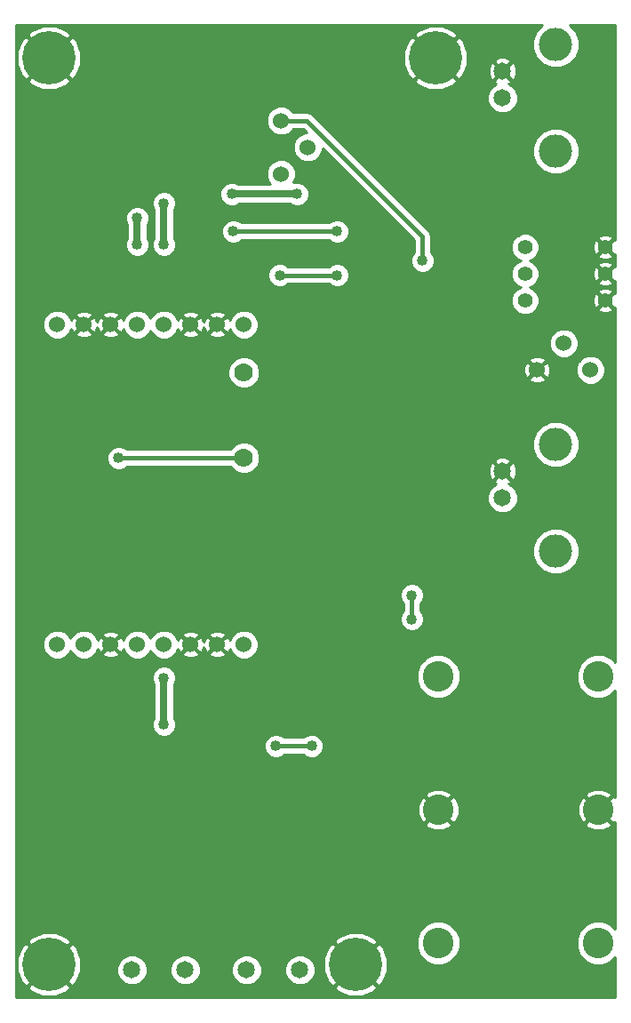
<source format=gbr>
G04 #@! TF.FileFunction,Copper,L2,Bot,Signal*
%FSLAX46Y46*%
G04 Gerber Fmt 4.6, Leading zero omitted, Abs format (unit mm)*
G04 Created by KiCad (PCBNEW (after 2015-mar-04 BZR unknown)-product) date 11/22/2015 6:31:28 PM*
%MOMM*%
G01*
G04 APERTURE LIST*
%ADD10C,0.100000*%
%ADD11C,1.651000*%
%ADD12C,1.397000*%
%ADD13C,1.524000*%
%ADD14C,2.921000*%
%ADD15C,3.175000*%
%ADD16C,1.778000*%
%ADD17C,5.080000*%
%ADD18C,1.016000*%
%ADD19C,0.381000*%
%ADD20C,0.635000*%
%ADD21C,0.254000*%
G04 APERTURE END LIST*
D10*
D11*
X53086000Y-116078000D03*
X48006000Y-116078000D03*
X42164000Y-116078000D03*
X37084000Y-116078000D03*
D12*
X74549000Y-47244000D03*
X74549000Y-49784000D03*
X74549000Y-52324000D03*
X82169000Y-52324000D03*
X82169000Y-49784000D03*
X82169000Y-47244000D03*
D13*
X53848000Y-37719000D03*
X51308000Y-40259000D03*
X51308000Y-35179000D03*
D14*
X81534000Y-113538000D03*
X66294000Y-113538000D03*
X81534000Y-100838000D03*
X66294000Y-100838000D03*
X81534000Y-88138000D03*
X66294000Y-88138000D03*
D15*
X77470000Y-38100000D03*
D11*
X72390000Y-33020000D03*
X72390000Y-30480000D03*
D15*
X77470000Y-27940000D03*
X77470000Y-76200000D03*
D11*
X72390000Y-71120000D03*
X72390000Y-68580000D03*
D15*
X77470000Y-66040000D03*
D13*
X78232000Y-56388000D03*
X80772000Y-58928000D03*
X75692000Y-58928000D03*
X29972000Y-85090000D03*
X32512000Y-85090000D03*
X35052000Y-85090000D03*
X37592000Y-85090000D03*
X40132000Y-85090000D03*
X42672000Y-85090000D03*
X45212000Y-85090000D03*
X47752000Y-85090000D03*
X29972000Y-54610000D03*
X32512000Y-54610000D03*
X35052000Y-54610000D03*
X37592000Y-54610000D03*
X40132000Y-54610000D03*
X42672000Y-54610000D03*
X45212000Y-54610000D03*
X47752000Y-54610000D03*
D16*
X47752000Y-67310000D03*
X47752000Y-59182000D03*
D17*
X29210000Y-29210000D03*
X66040000Y-29210000D03*
X29210000Y-115570000D03*
X58420000Y-115570000D03*
D18*
X58166000Y-57785000D03*
X56642000Y-47498000D03*
X68961000Y-74422000D03*
X54102000Y-107823000D03*
X35052000Y-99441000D03*
X52070000Y-30607000D03*
X65151000Y-40259000D03*
X53340000Y-57658000D03*
X65151000Y-57150000D03*
X65151000Y-66929000D03*
X59436000Y-71247000D03*
X52832000Y-67564000D03*
X51054000Y-79375000D03*
X66929000Y-78613000D03*
X62738000Y-85979000D03*
X54864000Y-82423000D03*
X56642000Y-49911000D03*
X51181000Y-49911000D03*
X40132000Y-88265000D03*
X40132000Y-92710000D03*
X40132000Y-46990000D03*
X40132000Y-43053000D03*
X50800000Y-94742000D03*
X54229000Y-94742000D03*
X37592000Y-46990000D03*
X37592000Y-44450000D03*
X46609000Y-42164000D03*
X52832000Y-42164000D03*
X63754000Y-80391000D03*
X63754000Y-82677000D03*
X64770000Y-48514000D03*
X56642000Y-45720000D03*
X46736000Y-45720000D03*
X35814000Y-67310000D03*
D19*
X56642000Y-49911000D02*
X51181000Y-49911000D01*
D20*
X40132000Y-88265000D02*
X40132000Y-92710000D01*
X40132000Y-46990000D02*
X40132000Y-43053000D01*
D19*
X50800000Y-94742000D02*
X54229000Y-94742000D01*
D20*
X37592000Y-46990000D02*
X37592000Y-44450000D01*
X52832000Y-42164000D02*
X46609000Y-42164000D01*
D19*
X63754000Y-80391000D02*
X63754000Y-82677000D01*
X53721000Y-35179000D02*
X64770000Y-46228000D01*
X64770000Y-46228000D02*
X64770000Y-48514000D01*
X51308000Y-35179000D02*
X53721000Y-35179000D01*
X46736000Y-45720000D02*
X56642000Y-45720000D01*
X47879000Y-67310000D02*
X47752000Y-67310000D01*
X35814000Y-67310000D02*
X47879000Y-67310000D01*
D21*
G36*
X83135000Y-118695000D02*
X73850753Y-118695000D01*
X73850753Y-70830763D01*
X73725439Y-70527479D01*
X73725439Y-68835307D01*
X73721486Y-68304822D01*
X73526083Y-67833077D01*
X73305341Y-67754461D01*
X73215539Y-67844263D01*
X73215539Y-67664659D01*
X73136923Y-67443917D01*
X72645307Y-67244561D01*
X72114822Y-67248514D01*
X71643077Y-67443917D01*
X71564461Y-67664659D01*
X72390000Y-68490197D01*
X73215539Y-67664659D01*
X73215539Y-67844263D01*
X72479803Y-68580000D01*
X73305341Y-69405539D01*
X73526083Y-69326923D01*
X73725439Y-68835307D01*
X73725439Y-70527479D01*
X73628874Y-70293774D01*
X73218387Y-69882570D01*
X72976985Y-69782331D01*
X73136923Y-69716083D01*
X73215539Y-69495341D01*
X72390000Y-68669803D01*
X72300197Y-68759605D01*
X72300197Y-68580000D01*
X71474659Y-67754461D01*
X71253917Y-67833077D01*
X71054561Y-68324693D01*
X71058514Y-68855178D01*
X71253917Y-69326923D01*
X71474659Y-69405539D01*
X72300197Y-68580000D01*
X72300197Y-68759605D01*
X71564461Y-69495341D01*
X71643077Y-69716083D01*
X71804644Y-69781600D01*
X71563774Y-69881126D01*
X71152570Y-70291613D01*
X70929754Y-70828214D01*
X70929247Y-71409237D01*
X71151126Y-71946226D01*
X71561613Y-72357430D01*
X72098214Y-72580246D01*
X72679237Y-72580753D01*
X73216226Y-72358874D01*
X73627430Y-71948387D01*
X73850246Y-71411786D01*
X73850753Y-70830763D01*
X73850753Y-118695000D01*
X69098878Y-118695000D01*
X69098878Y-28661231D01*
X68656030Y-27532421D01*
X68590992Y-27435086D01*
X68192106Y-27147696D01*
X68102304Y-27237498D01*
X68102304Y-27057894D01*
X67814914Y-26659008D01*
X66703585Y-26173960D01*
X65491231Y-26151122D01*
X64362421Y-26593970D01*
X64265086Y-26659008D01*
X63977696Y-27057894D01*
X66040000Y-29120197D01*
X68102304Y-27057894D01*
X68102304Y-27237498D01*
X66129803Y-29210000D01*
X68192106Y-31272304D01*
X68590992Y-30984914D01*
X69076040Y-29873585D01*
X69098878Y-28661231D01*
X69098878Y-118695000D01*
X68389863Y-118695000D01*
X68389863Y-113123008D01*
X68389863Y-87723008D01*
X68102304Y-87027062D01*
X68102304Y-31362106D01*
X66040000Y-29299803D01*
X65950197Y-29389605D01*
X65950197Y-29210000D01*
X63887894Y-27147696D01*
X63489008Y-27435086D01*
X63003960Y-28546415D01*
X62981122Y-29758769D01*
X63423970Y-30887579D01*
X63489008Y-30984914D01*
X63887894Y-31272304D01*
X65950197Y-29210000D01*
X65950197Y-29389605D01*
X63977696Y-31362106D01*
X64265086Y-31760992D01*
X65376415Y-32246040D01*
X66588769Y-32268878D01*
X67717579Y-31826030D01*
X67814914Y-31760992D01*
X68102304Y-31362106D01*
X68102304Y-87027062D01*
X68071514Y-86952545D01*
X67482555Y-86362558D01*
X66712649Y-86042865D01*
X65913198Y-86042166D01*
X65913198Y-48287641D01*
X65739554Y-47867388D01*
X65595500Y-47723082D01*
X65595500Y-46228005D01*
X65595500Y-46228000D01*
X65595501Y-46228000D01*
X65532663Y-45912095D01*
X65353717Y-45644284D01*
X65353717Y-45644283D01*
X65353713Y-45644280D01*
X54304717Y-34595283D01*
X54036906Y-34416337D01*
X53721000Y-34353500D01*
X52457874Y-34353500D01*
X52100370Y-33995371D01*
X51587100Y-33782243D01*
X51031339Y-33781758D01*
X50517697Y-33993990D01*
X50124371Y-34386630D01*
X49911243Y-34899900D01*
X49910758Y-35455661D01*
X50122990Y-35969303D01*
X50515630Y-36362629D01*
X51028900Y-36575757D01*
X51584661Y-36576242D01*
X52098303Y-36364010D01*
X52458441Y-36004500D01*
X53379066Y-36004500D01*
X53696433Y-36321867D01*
X53571339Y-36321758D01*
X53057697Y-36533990D01*
X52664371Y-36926630D01*
X52451243Y-37439900D01*
X52450758Y-37995661D01*
X52662990Y-38509303D01*
X53055630Y-38902629D01*
X53568900Y-39115757D01*
X54124661Y-39116242D01*
X54638303Y-38904010D01*
X55031629Y-38511370D01*
X55244757Y-37998100D01*
X55244868Y-37870302D01*
X63944500Y-46569933D01*
X63944500Y-47723022D01*
X63801577Y-47865697D01*
X63627199Y-48285646D01*
X63626802Y-48740359D01*
X63800446Y-49160612D01*
X64121697Y-49482423D01*
X64541646Y-49656801D01*
X64996359Y-49657198D01*
X65416612Y-49483554D01*
X65738423Y-49162303D01*
X65912801Y-48742354D01*
X65913198Y-48287641D01*
X65913198Y-86042166D01*
X65879008Y-86042137D01*
X65108545Y-86360486D01*
X64897198Y-86571464D01*
X64897198Y-82450641D01*
X64723554Y-82030388D01*
X64579500Y-81886082D01*
X64579500Y-81181977D01*
X64722423Y-81039303D01*
X64896801Y-80619354D01*
X64897198Y-80164641D01*
X64723554Y-79744388D01*
X64402303Y-79422577D01*
X63982354Y-79248199D01*
X63527641Y-79247802D01*
X63107388Y-79421446D01*
X62785577Y-79742697D01*
X62611199Y-80162646D01*
X62610802Y-80617359D01*
X62784446Y-81037612D01*
X62928500Y-81181917D01*
X62928500Y-81886022D01*
X62785577Y-82028697D01*
X62611199Y-82448646D01*
X62610802Y-82903359D01*
X62784446Y-83323612D01*
X63105697Y-83645423D01*
X63525646Y-83819801D01*
X63980359Y-83820198D01*
X64400612Y-83646554D01*
X64722423Y-83325303D01*
X64896801Y-82905354D01*
X64897198Y-82450641D01*
X64897198Y-86571464D01*
X64518558Y-86949445D01*
X64198865Y-87719351D01*
X64198137Y-88552992D01*
X64516486Y-89323455D01*
X65105445Y-89913442D01*
X65875351Y-90233135D01*
X66708992Y-90233863D01*
X67479455Y-89915514D01*
X68069442Y-89326555D01*
X68389135Y-88556649D01*
X68389863Y-87723008D01*
X68389863Y-113123008D01*
X68265428Y-112821852D01*
X68265428Y-100461464D01*
X67971268Y-99735693D01*
X67954261Y-99710240D01*
X67667549Y-99554253D01*
X67577747Y-99644055D01*
X67577747Y-99464451D01*
X67421760Y-99177739D01*
X66700560Y-98872544D01*
X65917464Y-98866572D01*
X65191693Y-99160732D01*
X65166240Y-99177739D01*
X65010253Y-99464451D01*
X66294000Y-100748197D01*
X67577747Y-99464451D01*
X67577747Y-99644055D01*
X66383803Y-100838000D01*
X67667549Y-102121747D01*
X67954261Y-101965760D01*
X68259456Y-101244560D01*
X68265428Y-100461464D01*
X68265428Y-112821852D01*
X68071514Y-112352545D01*
X67577747Y-111857916D01*
X67577747Y-102211549D01*
X66294000Y-100927803D01*
X66204197Y-101017605D01*
X66204197Y-100838000D01*
X64920451Y-99554253D01*
X64633739Y-99710240D01*
X64328544Y-100431440D01*
X64322572Y-101214536D01*
X64616732Y-101940307D01*
X64633739Y-101965760D01*
X64920451Y-102121747D01*
X66204197Y-100838000D01*
X66204197Y-101017605D01*
X65010253Y-102211549D01*
X65166240Y-102498261D01*
X65887440Y-102803456D01*
X66670536Y-102809428D01*
X67396307Y-102515268D01*
X67421760Y-102498261D01*
X67577747Y-102211549D01*
X67577747Y-111857916D01*
X67482555Y-111762558D01*
X66712649Y-111442865D01*
X65879008Y-111442137D01*
X65108545Y-111760486D01*
X64518558Y-112349445D01*
X64198865Y-113119351D01*
X64198137Y-113952992D01*
X64516486Y-114723455D01*
X65105445Y-115313442D01*
X65875351Y-115633135D01*
X66708992Y-115633863D01*
X67479455Y-115315514D01*
X68069442Y-114726555D01*
X68389135Y-113956649D01*
X68389863Y-113123008D01*
X68389863Y-118695000D01*
X61478878Y-118695000D01*
X61478878Y-115021231D01*
X61036030Y-113892421D01*
X60970992Y-113795086D01*
X60572106Y-113507696D01*
X60482304Y-113597498D01*
X60482304Y-113417894D01*
X60194914Y-113019008D01*
X59083585Y-112533960D01*
X57871231Y-112511122D01*
X57785198Y-112544873D01*
X57785198Y-49684641D01*
X57785198Y-45493641D01*
X57611554Y-45073388D01*
X57290303Y-44751577D01*
X56870354Y-44577199D01*
X56415641Y-44576802D01*
X55995388Y-44750446D01*
X55851082Y-44894500D01*
X53975198Y-44894500D01*
X53975198Y-41937641D01*
X53801554Y-41517388D01*
X53480303Y-41195577D01*
X53060354Y-41021199D01*
X52605641Y-41020802D01*
X52463357Y-41079591D01*
X52491629Y-41051370D01*
X52704757Y-40538100D01*
X52705242Y-39982339D01*
X52493010Y-39468697D01*
X52100370Y-39075371D01*
X51587100Y-38862243D01*
X51031339Y-38861758D01*
X50517697Y-39073990D01*
X50124371Y-39466630D01*
X49911243Y-39979900D01*
X49910758Y-40535661D01*
X50122990Y-41049303D01*
X50284904Y-41211500D01*
X47273198Y-41211500D01*
X47257303Y-41195577D01*
X46837354Y-41021199D01*
X46382641Y-41020802D01*
X45962388Y-41194446D01*
X45640577Y-41515697D01*
X45466199Y-41935646D01*
X45465802Y-42390359D01*
X45639446Y-42810612D01*
X45960697Y-43132423D01*
X46380646Y-43306801D01*
X46835359Y-43307198D01*
X47255612Y-43133554D01*
X47272695Y-43116500D01*
X52167801Y-43116500D01*
X52183697Y-43132423D01*
X52603646Y-43306801D01*
X53058359Y-43307198D01*
X53478612Y-43133554D01*
X53800423Y-42812303D01*
X53974801Y-42392354D01*
X53975198Y-41937641D01*
X53975198Y-44894500D01*
X47526977Y-44894500D01*
X47384303Y-44751577D01*
X46964354Y-44577199D01*
X46509641Y-44576802D01*
X46089388Y-44750446D01*
X45767577Y-45071697D01*
X45593199Y-45491646D01*
X45592802Y-45946359D01*
X45766446Y-46366612D01*
X46087697Y-46688423D01*
X46507646Y-46862801D01*
X46962359Y-46863198D01*
X47382612Y-46689554D01*
X47526917Y-46545500D01*
X55851022Y-46545500D01*
X55993697Y-46688423D01*
X56413646Y-46862801D01*
X56868359Y-46863198D01*
X57288612Y-46689554D01*
X57610423Y-46368303D01*
X57784801Y-45948354D01*
X57785198Y-45493641D01*
X57785198Y-49684641D01*
X57611554Y-49264388D01*
X57290303Y-48942577D01*
X56870354Y-48768199D01*
X56415641Y-48767802D01*
X55995388Y-48941446D01*
X55851082Y-49085500D01*
X51971977Y-49085500D01*
X51829303Y-48942577D01*
X51409354Y-48768199D01*
X50954641Y-48767802D01*
X50534388Y-48941446D01*
X50212577Y-49262697D01*
X50038199Y-49682646D01*
X50037802Y-50137359D01*
X50211446Y-50557612D01*
X50532697Y-50879423D01*
X50952646Y-51053801D01*
X51407359Y-51054198D01*
X51827612Y-50880554D01*
X51971917Y-50736500D01*
X55851022Y-50736500D01*
X55993697Y-50879423D01*
X56413646Y-51053801D01*
X56868359Y-51054198D01*
X57288612Y-50880554D01*
X57610423Y-50559303D01*
X57784801Y-50139354D01*
X57785198Y-49684641D01*
X57785198Y-112544873D01*
X56742421Y-112953970D01*
X56645086Y-113019008D01*
X56357696Y-113417894D01*
X58420000Y-115480197D01*
X60482304Y-113417894D01*
X60482304Y-113597498D01*
X58509803Y-115570000D01*
X60572106Y-117632304D01*
X60970992Y-117344914D01*
X61456040Y-116233585D01*
X61478878Y-115021231D01*
X61478878Y-118695000D01*
X60482304Y-118695000D01*
X60482304Y-117722106D01*
X58420000Y-115659803D01*
X58330197Y-115749605D01*
X58330197Y-115570000D01*
X56267894Y-113507696D01*
X55869008Y-113795086D01*
X55383960Y-114906415D01*
X55372198Y-115530800D01*
X55372198Y-94515641D01*
X55198554Y-94095388D01*
X54877303Y-93773577D01*
X54457354Y-93599199D01*
X54002641Y-93598802D01*
X53582388Y-93772446D01*
X53438082Y-93916500D01*
X51590977Y-93916500D01*
X51448303Y-93773577D01*
X51028354Y-93599199D01*
X50573641Y-93598802D01*
X50153388Y-93772446D01*
X49831577Y-94093697D01*
X49657199Y-94513646D01*
X49656802Y-94968359D01*
X49830446Y-95388612D01*
X50151697Y-95710423D01*
X50571646Y-95884801D01*
X51026359Y-95885198D01*
X51446612Y-95711554D01*
X51590917Y-95567500D01*
X53438022Y-95567500D01*
X53580697Y-95710423D01*
X54000646Y-95884801D01*
X54455359Y-95885198D01*
X54875612Y-95711554D01*
X55197423Y-95390303D01*
X55371801Y-94970354D01*
X55372198Y-94515641D01*
X55372198Y-115530800D01*
X55361122Y-116118769D01*
X55803970Y-117247579D01*
X55869008Y-117344914D01*
X56267894Y-117632304D01*
X58330197Y-115570000D01*
X58330197Y-115749605D01*
X56357696Y-117722106D01*
X56645086Y-118120992D01*
X57756415Y-118606040D01*
X58968769Y-118628878D01*
X60097579Y-118186030D01*
X60194914Y-118120992D01*
X60482304Y-117722106D01*
X60482304Y-118695000D01*
X54546753Y-118695000D01*
X54546753Y-115788763D01*
X54324874Y-115251774D01*
X53914387Y-114840570D01*
X53377786Y-114617754D01*
X52796763Y-114617247D01*
X52259774Y-114839126D01*
X51848570Y-115249613D01*
X51625754Y-115786214D01*
X51625247Y-116367237D01*
X51847126Y-116904226D01*
X52257613Y-117315430D01*
X52794214Y-117538246D01*
X53375237Y-117538753D01*
X53912226Y-117316874D01*
X54323430Y-116906387D01*
X54546246Y-116369786D01*
X54546753Y-115788763D01*
X54546753Y-118695000D01*
X49466753Y-118695000D01*
X49466753Y-115788763D01*
X49276264Y-115327743D01*
X49276264Y-67008188D01*
X49276264Y-58880188D01*
X49149242Y-58572770D01*
X49149242Y-54333339D01*
X48937010Y-53819697D01*
X48544370Y-53426371D01*
X48031100Y-53213243D01*
X47475339Y-53212758D01*
X46961697Y-53424990D01*
X46568371Y-53817630D01*
X46414515Y-54188156D01*
X46295645Y-53901177D01*
X46081496Y-53830307D01*
X45991693Y-53920110D01*
X45991693Y-53740504D01*
X45920823Y-53526355D01*
X45452174Y-53337588D01*
X44946962Y-53342534D01*
X44503177Y-53526355D01*
X44432307Y-53740504D01*
X45212000Y-54520197D01*
X45991693Y-53740504D01*
X45991693Y-53920110D01*
X45301803Y-54610000D01*
X46081496Y-55389693D01*
X46295645Y-55318823D01*
X46412969Y-55027543D01*
X46566990Y-55400303D01*
X46959630Y-55793629D01*
X47472900Y-56006757D01*
X48028661Y-56007242D01*
X48542303Y-55795010D01*
X48935629Y-55402370D01*
X49148757Y-54889100D01*
X49149242Y-54333339D01*
X49149242Y-58572770D01*
X49044738Y-58319851D01*
X48616404Y-57890769D01*
X48056472Y-57658265D01*
X47450188Y-57657736D01*
X46889851Y-57889262D01*
X46460769Y-58317596D01*
X46228265Y-58877528D01*
X46227736Y-59483812D01*
X46459262Y-60044149D01*
X46887596Y-60473231D01*
X47447528Y-60705735D01*
X48053812Y-60706264D01*
X48614149Y-60474738D01*
X49043231Y-60046404D01*
X49275735Y-59486472D01*
X49276264Y-58880188D01*
X49276264Y-67008188D01*
X49044738Y-66447851D01*
X48616404Y-66018769D01*
X48056472Y-65786265D01*
X47450188Y-65785736D01*
X46889851Y-66017262D01*
X46460769Y-66445596D01*
X46444614Y-66484500D01*
X45991693Y-66484500D01*
X45991693Y-55479496D01*
X45212000Y-54699803D01*
X45122197Y-54789606D01*
X45122197Y-54610000D01*
X44342504Y-53830307D01*
X44128355Y-53901177D01*
X43939706Y-54369531D01*
X43939466Y-54344962D01*
X43755645Y-53901177D01*
X43541496Y-53830307D01*
X43451693Y-53920110D01*
X43451693Y-53740504D01*
X43380823Y-53526355D01*
X42912174Y-53337588D01*
X42406962Y-53342534D01*
X41963177Y-53526355D01*
X41892307Y-53740504D01*
X42672000Y-54520197D01*
X43451693Y-53740504D01*
X43451693Y-53920110D01*
X42761803Y-54610000D01*
X43541496Y-55389693D01*
X43755645Y-55318823D01*
X43944293Y-54850468D01*
X43944534Y-54875038D01*
X44128355Y-55318823D01*
X44342504Y-55389693D01*
X45122197Y-54610000D01*
X45122197Y-54789606D01*
X44432307Y-55479496D01*
X44503177Y-55693645D01*
X44971826Y-55882412D01*
X45477038Y-55877466D01*
X45920823Y-55693645D01*
X45991693Y-55479496D01*
X45991693Y-66484500D01*
X43451693Y-66484500D01*
X43451693Y-55479496D01*
X42672000Y-54699803D01*
X42582197Y-54789606D01*
X42582197Y-54610000D01*
X41802504Y-53830307D01*
X41588355Y-53901177D01*
X41471030Y-54192456D01*
X41317010Y-53819697D01*
X41275198Y-53777811D01*
X41275198Y-46763641D01*
X41101554Y-46343388D01*
X41084500Y-46326304D01*
X41084500Y-43717198D01*
X41100423Y-43701303D01*
X41274801Y-43281354D01*
X41275198Y-42826641D01*
X41101554Y-42406388D01*
X40780303Y-42084577D01*
X40360354Y-41910199D01*
X39905641Y-41909802D01*
X39485388Y-42083446D01*
X39163577Y-42404697D01*
X38989199Y-42824646D01*
X38988802Y-43279359D01*
X39162446Y-43699612D01*
X39179500Y-43716695D01*
X39179500Y-46325801D01*
X39163577Y-46341697D01*
X38989199Y-46761646D01*
X38988802Y-47216359D01*
X39162446Y-47636612D01*
X39483697Y-47958423D01*
X39903646Y-48132801D01*
X40358359Y-48133198D01*
X40778612Y-47959554D01*
X41100423Y-47638303D01*
X41274801Y-47218354D01*
X41275198Y-46763641D01*
X41275198Y-53777811D01*
X40924370Y-53426371D01*
X40411100Y-53213243D01*
X39855339Y-53212758D01*
X39341697Y-53424990D01*
X38948371Y-53817630D01*
X38862050Y-54025512D01*
X38777010Y-53819697D01*
X38735198Y-53777811D01*
X38735198Y-46763641D01*
X38561554Y-46343388D01*
X38544500Y-46326304D01*
X38544500Y-45114198D01*
X38560423Y-45098303D01*
X38734801Y-44678354D01*
X38735198Y-44223641D01*
X38561554Y-43803388D01*
X38240303Y-43481577D01*
X37820354Y-43307199D01*
X37365641Y-43306802D01*
X36945388Y-43480446D01*
X36623577Y-43801697D01*
X36449199Y-44221646D01*
X36448802Y-44676359D01*
X36622446Y-45096612D01*
X36639500Y-45113695D01*
X36639500Y-46325801D01*
X36623577Y-46341697D01*
X36449199Y-46761646D01*
X36448802Y-47216359D01*
X36622446Y-47636612D01*
X36943697Y-47958423D01*
X37363646Y-48132801D01*
X37818359Y-48133198D01*
X38238612Y-47959554D01*
X38560423Y-47638303D01*
X38734801Y-47218354D01*
X38735198Y-46763641D01*
X38735198Y-53777811D01*
X38384370Y-53426371D01*
X37871100Y-53213243D01*
X37315339Y-53212758D01*
X36801697Y-53424990D01*
X36408371Y-53817630D01*
X36254515Y-54188156D01*
X36135645Y-53901177D01*
X35921496Y-53830307D01*
X35831693Y-53920110D01*
X35831693Y-53740504D01*
X35760823Y-53526355D01*
X35292174Y-53337588D01*
X34786962Y-53342534D01*
X34343177Y-53526355D01*
X34272307Y-53740504D01*
X35052000Y-54520197D01*
X35831693Y-53740504D01*
X35831693Y-53920110D01*
X35141803Y-54610000D01*
X35921496Y-55389693D01*
X36135645Y-55318823D01*
X36252969Y-55027543D01*
X36406990Y-55400303D01*
X36799630Y-55793629D01*
X37312900Y-56006757D01*
X37868661Y-56007242D01*
X38382303Y-55795010D01*
X38775629Y-55402370D01*
X38861949Y-55194487D01*
X38946990Y-55400303D01*
X39339630Y-55793629D01*
X39852900Y-56006757D01*
X40408661Y-56007242D01*
X40922303Y-55795010D01*
X41315629Y-55402370D01*
X41469484Y-55031843D01*
X41588355Y-55318823D01*
X41802504Y-55389693D01*
X42582197Y-54610000D01*
X42582197Y-54789606D01*
X41892307Y-55479496D01*
X41963177Y-55693645D01*
X42431826Y-55882412D01*
X42937038Y-55877466D01*
X43380823Y-55693645D01*
X43451693Y-55479496D01*
X43451693Y-66484500D01*
X36604977Y-66484500D01*
X36462303Y-66341577D01*
X36042354Y-66167199D01*
X35831693Y-66167015D01*
X35831693Y-55479496D01*
X35052000Y-54699803D01*
X34962197Y-54789606D01*
X34962197Y-54610000D01*
X34182504Y-53830307D01*
X33968355Y-53901177D01*
X33779706Y-54369531D01*
X33779466Y-54344962D01*
X33595645Y-53901177D01*
X33381496Y-53830307D01*
X33291693Y-53920110D01*
X33291693Y-53740504D01*
X33220823Y-53526355D01*
X32752174Y-53337588D01*
X32268878Y-53342319D01*
X32268878Y-28661231D01*
X31826030Y-27532421D01*
X31760992Y-27435086D01*
X31362106Y-27147696D01*
X31272304Y-27237498D01*
X31272304Y-27057894D01*
X30984914Y-26659008D01*
X29873585Y-26173960D01*
X28661231Y-26151122D01*
X27532421Y-26593970D01*
X27435086Y-26659008D01*
X27147696Y-27057894D01*
X29210000Y-29120197D01*
X31272304Y-27057894D01*
X31272304Y-27237498D01*
X29299803Y-29210000D01*
X31362106Y-31272304D01*
X31760992Y-30984914D01*
X32246040Y-29873585D01*
X32268878Y-28661231D01*
X32268878Y-53342319D01*
X32246962Y-53342534D01*
X31803177Y-53526355D01*
X31732307Y-53740504D01*
X32512000Y-54520197D01*
X33291693Y-53740504D01*
X33291693Y-53920110D01*
X32601803Y-54610000D01*
X33381496Y-55389693D01*
X33595645Y-55318823D01*
X33784293Y-54850468D01*
X33784534Y-54875038D01*
X33968355Y-55318823D01*
X34182504Y-55389693D01*
X34962197Y-54610000D01*
X34962197Y-54789606D01*
X34272307Y-55479496D01*
X34343177Y-55693645D01*
X34811826Y-55882412D01*
X35317038Y-55877466D01*
X35760823Y-55693645D01*
X35831693Y-55479496D01*
X35831693Y-66167015D01*
X35587641Y-66166802D01*
X35167388Y-66340446D01*
X34845577Y-66661697D01*
X34671199Y-67081646D01*
X34670802Y-67536359D01*
X34844446Y-67956612D01*
X35165697Y-68278423D01*
X35585646Y-68452801D01*
X36040359Y-68453198D01*
X36460612Y-68279554D01*
X36604917Y-68135500D01*
X46444118Y-68135500D01*
X46459262Y-68172149D01*
X46887596Y-68601231D01*
X47447528Y-68833735D01*
X48053812Y-68834264D01*
X48614149Y-68602738D01*
X49043231Y-68174404D01*
X49275735Y-67614472D01*
X49276264Y-67008188D01*
X49276264Y-115327743D01*
X49244874Y-115251774D01*
X49149242Y-115155974D01*
X49149242Y-84813339D01*
X48937010Y-84299697D01*
X48544370Y-83906371D01*
X48031100Y-83693243D01*
X47475339Y-83692758D01*
X46961697Y-83904990D01*
X46568371Y-84297630D01*
X46414515Y-84668156D01*
X46295645Y-84381177D01*
X46081496Y-84310307D01*
X45991693Y-84400110D01*
X45991693Y-84220504D01*
X45920823Y-84006355D01*
X45452174Y-83817588D01*
X44946962Y-83822534D01*
X44503177Y-84006355D01*
X44432307Y-84220504D01*
X45212000Y-85000197D01*
X45991693Y-84220504D01*
X45991693Y-84400110D01*
X45301803Y-85090000D01*
X46081496Y-85869693D01*
X46295645Y-85798823D01*
X46412969Y-85507543D01*
X46566990Y-85880303D01*
X46959630Y-86273629D01*
X47472900Y-86486757D01*
X48028661Y-86487242D01*
X48542303Y-86275010D01*
X48935629Y-85882370D01*
X49148757Y-85369100D01*
X49149242Y-84813339D01*
X49149242Y-115155974D01*
X48834387Y-114840570D01*
X48297786Y-114617754D01*
X47716763Y-114617247D01*
X47179774Y-114839126D01*
X46768570Y-115249613D01*
X46545754Y-115786214D01*
X46545247Y-116367237D01*
X46767126Y-116904226D01*
X47177613Y-117315430D01*
X47714214Y-117538246D01*
X48295237Y-117538753D01*
X48832226Y-117316874D01*
X49243430Y-116906387D01*
X49466246Y-116369786D01*
X49466753Y-115788763D01*
X49466753Y-118695000D01*
X45991693Y-118695000D01*
X45991693Y-85959496D01*
X45212000Y-85179803D01*
X45122197Y-85269606D01*
X45122197Y-85090000D01*
X44342504Y-84310307D01*
X44128355Y-84381177D01*
X43939706Y-84849531D01*
X43939466Y-84824962D01*
X43755645Y-84381177D01*
X43541496Y-84310307D01*
X43451693Y-84400110D01*
X43451693Y-84220504D01*
X43380823Y-84006355D01*
X42912174Y-83817588D01*
X42406962Y-83822534D01*
X41963177Y-84006355D01*
X41892307Y-84220504D01*
X42672000Y-85000197D01*
X43451693Y-84220504D01*
X43451693Y-84400110D01*
X42761803Y-85090000D01*
X43541496Y-85869693D01*
X43755645Y-85798823D01*
X43944293Y-85330468D01*
X43944534Y-85355038D01*
X44128355Y-85798823D01*
X44342504Y-85869693D01*
X45122197Y-85090000D01*
X45122197Y-85269606D01*
X44432307Y-85959496D01*
X44503177Y-86173645D01*
X44971826Y-86362412D01*
X45477038Y-86357466D01*
X45920823Y-86173645D01*
X45991693Y-85959496D01*
X45991693Y-118695000D01*
X43624753Y-118695000D01*
X43624753Y-115788763D01*
X43451693Y-115369925D01*
X43451693Y-85959496D01*
X42672000Y-85179803D01*
X42582197Y-85269606D01*
X42582197Y-85090000D01*
X41802504Y-84310307D01*
X41588355Y-84381177D01*
X41471030Y-84672456D01*
X41317010Y-84299697D01*
X40924370Y-83906371D01*
X40411100Y-83693243D01*
X39855339Y-83692758D01*
X39341697Y-83904990D01*
X38948371Y-84297630D01*
X38862050Y-84505512D01*
X38777010Y-84299697D01*
X38384370Y-83906371D01*
X37871100Y-83693243D01*
X37315339Y-83692758D01*
X36801697Y-83904990D01*
X36408371Y-84297630D01*
X36254515Y-84668156D01*
X36135645Y-84381177D01*
X35921496Y-84310307D01*
X35831693Y-84400110D01*
X35831693Y-84220504D01*
X35760823Y-84006355D01*
X35292174Y-83817588D01*
X34786962Y-83822534D01*
X34343177Y-84006355D01*
X34272307Y-84220504D01*
X35052000Y-85000197D01*
X35831693Y-84220504D01*
X35831693Y-84400110D01*
X35141803Y-85090000D01*
X35921496Y-85869693D01*
X36135645Y-85798823D01*
X36252969Y-85507543D01*
X36406990Y-85880303D01*
X36799630Y-86273629D01*
X37312900Y-86486757D01*
X37868661Y-86487242D01*
X38382303Y-86275010D01*
X38775629Y-85882370D01*
X38861949Y-85674487D01*
X38946990Y-85880303D01*
X39339630Y-86273629D01*
X39852900Y-86486757D01*
X40408661Y-86487242D01*
X40922303Y-86275010D01*
X41315629Y-85882370D01*
X41469484Y-85511843D01*
X41588355Y-85798823D01*
X41802504Y-85869693D01*
X42582197Y-85090000D01*
X42582197Y-85269606D01*
X41892307Y-85959496D01*
X41963177Y-86173645D01*
X42431826Y-86362412D01*
X42937038Y-86357466D01*
X43380823Y-86173645D01*
X43451693Y-85959496D01*
X43451693Y-115369925D01*
X43402874Y-115251774D01*
X42992387Y-114840570D01*
X42455786Y-114617754D01*
X41874763Y-114617247D01*
X41337774Y-114839126D01*
X41275198Y-114901592D01*
X41275198Y-92483641D01*
X41101554Y-92063388D01*
X41084500Y-92046304D01*
X41084500Y-88929198D01*
X41100423Y-88913303D01*
X41274801Y-88493354D01*
X41275198Y-88038641D01*
X41101554Y-87618388D01*
X40780303Y-87296577D01*
X40360354Y-87122199D01*
X39905641Y-87121802D01*
X39485388Y-87295446D01*
X39163577Y-87616697D01*
X38989199Y-88036646D01*
X38988802Y-88491359D01*
X39162446Y-88911612D01*
X39179500Y-88928695D01*
X39179500Y-92045801D01*
X39163577Y-92061697D01*
X38989199Y-92481646D01*
X38988802Y-92936359D01*
X39162446Y-93356612D01*
X39483697Y-93678423D01*
X39903646Y-93852801D01*
X40358359Y-93853198D01*
X40778612Y-93679554D01*
X41100423Y-93358303D01*
X41274801Y-92938354D01*
X41275198Y-92483641D01*
X41275198Y-114901592D01*
X40926570Y-115249613D01*
X40703754Y-115786214D01*
X40703247Y-116367237D01*
X40925126Y-116904226D01*
X41335613Y-117315430D01*
X41872214Y-117538246D01*
X42453237Y-117538753D01*
X42990226Y-117316874D01*
X43401430Y-116906387D01*
X43624246Y-116369786D01*
X43624753Y-115788763D01*
X43624753Y-118695000D01*
X38544753Y-118695000D01*
X38544753Y-115788763D01*
X38322874Y-115251774D01*
X37912387Y-114840570D01*
X37375786Y-114617754D01*
X36794763Y-114617247D01*
X36257774Y-114839126D01*
X35846570Y-115249613D01*
X35831693Y-115285440D01*
X35831693Y-85959496D01*
X35052000Y-85179803D01*
X34962197Y-85269606D01*
X34962197Y-85090000D01*
X34182504Y-84310307D01*
X33968355Y-84381177D01*
X33851030Y-84672456D01*
X33697010Y-84299697D01*
X33304370Y-83906371D01*
X33291693Y-83901107D01*
X33291693Y-55479496D01*
X32512000Y-54699803D01*
X32422197Y-54789606D01*
X32422197Y-54610000D01*
X31642504Y-53830307D01*
X31428355Y-53901177D01*
X31311030Y-54192456D01*
X31272304Y-54098731D01*
X31272304Y-31362106D01*
X29210000Y-29299803D01*
X29120197Y-29389605D01*
X29120197Y-29210000D01*
X27057894Y-27147696D01*
X26659008Y-27435086D01*
X26173960Y-28546415D01*
X26151122Y-29758769D01*
X26593970Y-30887579D01*
X26659008Y-30984914D01*
X27057894Y-31272304D01*
X29120197Y-29210000D01*
X29120197Y-29389605D01*
X27147696Y-31362106D01*
X27435086Y-31760992D01*
X28546415Y-32246040D01*
X29758769Y-32268878D01*
X30887579Y-31826030D01*
X30984914Y-31760992D01*
X31272304Y-31362106D01*
X31272304Y-54098731D01*
X31157010Y-53819697D01*
X30764370Y-53426371D01*
X30251100Y-53213243D01*
X29695339Y-53212758D01*
X29181697Y-53424990D01*
X28788371Y-53817630D01*
X28575243Y-54330900D01*
X28574758Y-54886661D01*
X28786990Y-55400303D01*
X29179630Y-55793629D01*
X29692900Y-56006757D01*
X30248661Y-56007242D01*
X30762303Y-55795010D01*
X31155629Y-55402370D01*
X31309484Y-55031843D01*
X31428355Y-55318823D01*
X31642504Y-55389693D01*
X32422197Y-54610000D01*
X32422197Y-54789606D01*
X31732307Y-55479496D01*
X31803177Y-55693645D01*
X32271826Y-55882412D01*
X32777038Y-55877466D01*
X33220823Y-55693645D01*
X33291693Y-55479496D01*
X33291693Y-83901107D01*
X32791100Y-83693243D01*
X32235339Y-83692758D01*
X31721697Y-83904990D01*
X31328371Y-84297630D01*
X31242050Y-84505512D01*
X31157010Y-84299697D01*
X30764370Y-83906371D01*
X30251100Y-83693243D01*
X29695339Y-83692758D01*
X29181697Y-83904990D01*
X28788371Y-84297630D01*
X28575243Y-84810900D01*
X28574758Y-85366661D01*
X28786990Y-85880303D01*
X29179630Y-86273629D01*
X29692900Y-86486757D01*
X30248661Y-86487242D01*
X30762303Y-86275010D01*
X31155629Y-85882370D01*
X31241949Y-85674487D01*
X31326990Y-85880303D01*
X31719630Y-86273629D01*
X32232900Y-86486757D01*
X32788661Y-86487242D01*
X33302303Y-86275010D01*
X33695629Y-85882370D01*
X33849484Y-85511843D01*
X33968355Y-85798823D01*
X34182504Y-85869693D01*
X34962197Y-85090000D01*
X34962197Y-85269606D01*
X34272307Y-85959496D01*
X34343177Y-86173645D01*
X34811826Y-86362412D01*
X35317038Y-86357466D01*
X35760823Y-86173645D01*
X35831693Y-85959496D01*
X35831693Y-115285440D01*
X35623754Y-115786214D01*
X35623247Y-116367237D01*
X35845126Y-116904226D01*
X36255613Y-117315430D01*
X36792214Y-117538246D01*
X37373237Y-117538753D01*
X37910226Y-117316874D01*
X38321430Y-116906387D01*
X38544246Y-116369786D01*
X38544753Y-115788763D01*
X38544753Y-118695000D01*
X32268878Y-118695000D01*
X32268878Y-115021231D01*
X31826030Y-113892421D01*
X31760992Y-113795086D01*
X31362106Y-113507696D01*
X31272304Y-113597498D01*
X31272304Y-113417894D01*
X30984914Y-113019008D01*
X29873585Y-112533960D01*
X28661231Y-112511122D01*
X27532421Y-112953970D01*
X27435086Y-113019008D01*
X27147696Y-113417894D01*
X29210000Y-115480197D01*
X31272304Y-113417894D01*
X31272304Y-113597498D01*
X29299803Y-115570000D01*
X31362106Y-117632304D01*
X31760992Y-117344914D01*
X32246040Y-116233585D01*
X32268878Y-115021231D01*
X32268878Y-118695000D01*
X31272304Y-118695000D01*
X31272304Y-117722106D01*
X29210000Y-115659803D01*
X29120197Y-115749605D01*
X29120197Y-115570000D01*
X27057894Y-113507696D01*
X26659008Y-113795086D01*
X26173960Y-114906415D01*
X26151122Y-116118769D01*
X26593970Y-117247579D01*
X26659008Y-117344914D01*
X27057894Y-117632304D01*
X29120197Y-115570000D01*
X29120197Y-115749605D01*
X27147696Y-117722106D01*
X27435086Y-118120992D01*
X28546415Y-118606040D01*
X29758769Y-118628878D01*
X30887579Y-118186030D01*
X30984914Y-118120992D01*
X31272304Y-117722106D01*
X31272304Y-118695000D01*
X26085000Y-118695000D01*
X26085000Y-26085000D01*
X76182405Y-26085000D01*
X75586955Y-26679411D01*
X75247887Y-27495978D01*
X75247115Y-28380143D01*
X75584758Y-29197300D01*
X76209411Y-29823045D01*
X77025978Y-30162113D01*
X77910143Y-30162885D01*
X78727300Y-29825242D01*
X79353045Y-29200589D01*
X79692113Y-28384022D01*
X79692885Y-27499857D01*
X79355242Y-26682700D01*
X78758585Y-26085000D01*
X83135000Y-26085000D01*
X83135000Y-46553451D01*
X82992644Y-46510159D01*
X82902841Y-46599962D01*
X82902841Y-46420356D01*
X82839720Y-46212801D01*
X82394042Y-46034623D01*
X81914104Y-46040561D01*
X81498280Y-46212801D01*
X81435159Y-46420356D01*
X82169000Y-47154197D01*
X82902841Y-46420356D01*
X82902841Y-46599962D01*
X82258803Y-47244000D01*
X82992644Y-47977841D01*
X83135000Y-47934548D01*
X83135000Y-49093451D01*
X82992644Y-49050159D01*
X82902841Y-49139962D01*
X82902841Y-48960356D01*
X82902841Y-48067644D01*
X82169000Y-47333803D01*
X82079197Y-47423606D01*
X82079197Y-47244000D01*
X81345356Y-46510159D01*
X81137801Y-46573280D01*
X80959623Y-47018958D01*
X80965561Y-47498896D01*
X81137801Y-47914720D01*
X81345356Y-47977841D01*
X82079197Y-47244000D01*
X82079197Y-47423606D01*
X81435159Y-48067644D01*
X81498280Y-48275199D01*
X81943958Y-48453377D01*
X82423896Y-48447439D01*
X82839720Y-48275199D01*
X82902841Y-48067644D01*
X82902841Y-48960356D01*
X82839720Y-48752801D01*
X82394042Y-48574623D01*
X81914104Y-48580561D01*
X81498280Y-48752801D01*
X81435159Y-48960356D01*
X82169000Y-49694197D01*
X82902841Y-48960356D01*
X82902841Y-49139962D01*
X82258803Y-49784000D01*
X82992644Y-50517841D01*
X83135000Y-50474548D01*
X83135000Y-51633451D01*
X82992644Y-51590159D01*
X82902841Y-51679962D01*
X82902841Y-51500356D01*
X82902841Y-50607644D01*
X82169000Y-49873803D01*
X82079197Y-49963606D01*
X82079197Y-49784000D01*
X81345356Y-49050159D01*
X81137801Y-49113280D01*
X80959623Y-49558958D01*
X80965561Y-50038896D01*
X81137801Y-50454720D01*
X81345356Y-50517841D01*
X82079197Y-49784000D01*
X82079197Y-49963606D01*
X81435159Y-50607644D01*
X81498280Y-50815199D01*
X81943958Y-50993377D01*
X82423896Y-50987439D01*
X82839720Y-50815199D01*
X82902841Y-50607644D01*
X82902841Y-51500356D01*
X82839720Y-51292801D01*
X82394042Y-51114623D01*
X81914104Y-51120561D01*
X81498280Y-51292801D01*
X81435159Y-51500356D01*
X82169000Y-52234197D01*
X82902841Y-51500356D01*
X82902841Y-51679962D01*
X82258803Y-52324000D01*
X82992644Y-53057841D01*
X83135000Y-53014548D01*
X83135000Y-86775722D01*
X82902841Y-86543158D01*
X82902841Y-53147644D01*
X82169000Y-52413803D01*
X82079197Y-52503606D01*
X82079197Y-52324000D01*
X81345356Y-51590159D01*
X81137801Y-51653280D01*
X80959623Y-52098958D01*
X80965561Y-52578896D01*
X81137801Y-52994720D01*
X81345356Y-53057841D01*
X82079197Y-52324000D01*
X82079197Y-52503606D01*
X81435159Y-53147644D01*
X81498280Y-53355199D01*
X81943958Y-53533377D01*
X82423896Y-53527439D01*
X82839720Y-53355199D01*
X82902841Y-53147644D01*
X82902841Y-86543158D01*
X82722555Y-86362558D01*
X82169242Y-86132802D01*
X82169242Y-58651339D01*
X81957010Y-58137697D01*
X81564370Y-57744371D01*
X81051100Y-57531243D01*
X80495339Y-57530758D01*
X79981697Y-57742990D01*
X79692885Y-58031298D01*
X79692885Y-37659857D01*
X79355242Y-36842700D01*
X78730589Y-36216955D01*
X77914022Y-35877887D01*
X77029857Y-35877115D01*
X76212700Y-36214758D01*
X75586955Y-36839411D01*
X75247887Y-37655978D01*
X75247115Y-38540143D01*
X75584758Y-39357300D01*
X76209411Y-39983045D01*
X77025978Y-40322113D01*
X77910143Y-40322885D01*
X78727300Y-39985242D01*
X79353045Y-39360589D01*
X79692113Y-38544022D01*
X79692885Y-37659857D01*
X79692885Y-58031298D01*
X79629242Y-58094830D01*
X79629242Y-56111339D01*
X79417010Y-55597697D01*
X79024370Y-55204371D01*
X78511100Y-54991243D01*
X77955339Y-54990758D01*
X77441697Y-55202990D01*
X77048371Y-55595630D01*
X76835243Y-56108900D01*
X76834758Y-56664661D01*
X77046990Y-57178303D01*
X77439630Y-57571629D01*
X77952900Y-57784757D01*
X78508661Y-57785242D01*
X79022303Y-57573010D01*
X79415629Y-57180370D01*
X79628757Y-56667100D01*
X79629242Y-56111339D01*
X79629242Y-58094830D01*
X79588371Y-58135630D01*
X79375243Y-58648900D01*
X79374758Y-59204661D01*
X79586990Y-59718303D01*
X79979630Y-60111629D01*
X80492900Y-60324757D01*
X81048661Y-60325242D01*
X81562303Y-60113010D01*
X81955629Y-59720370D01*
X82168757Y-59207100D01*
X82169242Y-58651339D01*
X82169242Y-86132802D01*
X81952649Y-86042865D01*
X81119008Y-86042137D01*
X80348545Y-86360486D01*
X79758558Y-86949445D01*
X79692885Y-87107603D01*
X79692885Y-75759857D01*
X79692885Y-65599857D01*
X79355242Y-64782700D01*
X78730589Y-64156955D01*
X77914022Y-63817887D01*
X77029857Y-63817115D01*
X76964412Y-63844156D01*
X76964412Y-59168174D01*
X76959466Y-58662962D01*
X76775645Y-58219177D01*
X76561496Y-58148307D01*
X76471693Y-58238110D01*
X76471693Y-58058504D01*
X76400823Y-57844355D01*
X75932174Y-57655588D01*
X75882731Y-57656072D01*
X75882731Y-52059914D01*
X75680146Y-51569620D01*
X75305353Y-51194173D01*
X74967553Y-51053906D01*
X75303380Y-50915146D01*
X75678827Y-50540353D01*
X75882268Y-50050413D01*
X75882731Y-49519914D01*
X75680146Y-49029620D01*
X75305353Y-48654173D01*
X74967553Y-48513906D01*
X75303380Y-48375146D01*
X75678827Y-48000353D01*
X75882268Y-47510413D01*
X75882731Y-46979914D01*
X75680146Y-46489620D01*
X75305353Y-46114173D01*
X74815413Y-45910732D01*
X74284914Y-45910269D01*
X73850753Y-46089660D01*
X73850753Y-32730763D01*
X73725439Y-32427479D01*
X73725439Y-30735307D01*
X73721486Y-30204822D01*
X73526083Y-29733077D01*
X73305341Y-29654461D01*
X73215539Y-29744263D01*
X73215539Y-29564659D01*
X73136923Y-29343917D01*
X72645307Y-29144561D01*
X72114822Y-29148514D01*
X71643077Y-29343917D01*
X71564461Y-29564659D01*
X72390000Y-30390197D01*
X73215539Y-29564659D01*
X73215539Y-29744263D01*
X72479803Y-30480000D01*
X73305341Y-31305539D01*
X73526083Y-31226923D01*
X73725439Y-30735307D01*
X73725439Y-32427479D01*
X73628874Y-32193774D01*
X73218387Y-31782570D01*
X72976985Y-31682331D01*
X73136923Y-31616083D01*
X73215539Y-31395341D01*
X72390000Y-30569803D01*
X72300197Y-30659605D01*
X72300197Y-30480000D01*
X71474659Y-29654461D01*
X71253917Y-29733077D01*
X71054561Y-30224693D01*
X71058514Y-30755178D01*
X71253917Y-31226923D01*
X71474659Y-31305539D01*
X72300197Y-30480000D01*
X72300197Y-30659605D01*
X71564461Y-31395341D01*
X71643077Y-31616083D01*
X71804644Y-31681600D01*
X71563774Y-31781126D01*
X71152570Y-32191613D01*
X70929754Y-32728214D01*
X70929247Y-33309237D01*
X71151126Y-33846226D01*
X71561613Y-34257430D01*
X72098214Y-34480246D01*
X72679237Y-34480753D01*
X73216226Y-34258874D01*
X73627430Y-33848387D01*
X73850246Y-33311786D01*
X73850753Y-32730763D01*
X73850753Y-46089660D01*
X73794620Y-46112854D01*
X73419173Y-46487647D01*
X73215732Y-46977587D01*
X73215269Y-47508086D01*
X73417854Y-47998380D01*
X73792647Y-48373827D01*
X74130446Y-48514093D01*
X73794620Y-48652854D01*
X73419173Y-49027647D01*
X73215732Y-49517587D01*
X73215269Y-50048086D01*
X73417854Y-50538380D01*
X73792647Y-50913827D01*
X74130446Y-51054093D01*
X73794620Y-51192854D01*
X73419173Y-51567647D01*
X73215732Y-52057587D01*
X73215269Y-52588086D01*
X73417854Y-53078380D01*
X73792647Y-53453827D01*
X74282587Y-53657268D01*
X74813086Y-53657731D01*
X75303380Y-53455146D01*
X75678827Y-53080353D01*
X75882268Y-52590413D01*
X75882731Y-52059914D01*
X75882731Y-57656072D01*
X75426962Y-57660534D01*
X74983177Y-57844355D01*
X74912307Y-58058504D01*
X75692000Y-58838197D01*
X76471693Y-58058504D01*
X76471693Y-58238110D01*
X75781803Y-58928000D01*
X76561496Y-59707693D01*
X76775645Y-59636823D01*
X76964412Y-59168174D01*
X76964412Y-63844156D01*
X76471693Y-64047744D01*
X76471693Y-59797496D01*
X75692000Y-59017803D01*
X75602197Y-59107606D01*
X75602197Y-58928000D01*
X74822504Y-58148307D01*
X74608355Y-58219177D01*
X74419588Y-58687826D01*
X74424534Y-59193038D01*
X74608355Y-59636823D01*
X74822504Y-59707693D01*
X75602197Y-58928000D01*
X75602197Y-59107606D01*
X74912307Y-59797496D01*
X74983177Y-60011645D01*
X75451826Y-60200412D01*
X75957038Y-60195466D01*
X76400823Y-60011645D01*
X76471693Y-59797496D01*
X76471693Y-64047744D01*
X76212700Y-64154758D01*
X75586955Y-64779411D01*
X75247887Y-65595978D01*
X75247115Y-66480143D01*
X75584758Y-67297300D01*
X76209411Y-67923045D01*
X77025978Y-68262113D01*
X77910143Y-68262885D01*
X78727300Y-67925242D01*
X79353045Y-67300589D01*
X79692113Y-66484022D01*
X79692885Y-65599857D01*
X79692885Y-75759857D01*
X79355242Y-74942700D01*
X78730589Y-74316955D01*
X77914022Y-73977887D01*
X77029857Y-73977115D01*
X76212700Y-74314758D01*
X75586955Y-74939411D01*
X75247887Y-75755978D01*
X75247115Y-76640143D01*
X75584758Y-77457300D01*
X76209411Y-78083045D01*
X77025978Y-78422113D01*
X77910143Y-78422885D01*
X78727300Y-78085242D01*
X79353045Y-77460589D01*
X79692113Y-76644022D01*
X79692885Y-75759857D01*
X79692885Y-87107603D01*
X79438865Y-87719351D01*
X79438137Y-88552992D01*
X79756486Y-89323455D01*
X80345445Y-89913442D01*
X81115351Y-90233135D01*
X81948992Y-90233863D01*
X82719455Y-89915514D01*
X83135000Y-89500693D01*
X83135000Y-99677998D01*
X82907549Y-99554253D01*
X82817747Y-99644055D01*
X82817747Y-99464451D01*
X82661760Y-99177739D01*
X81940560Y-98872544D01*
X81157464Y-98866572D01*
X80431693Y-99160732D01*
X80406240Y-99177739D01*
X80250253Y-99464451D01*
X81534000Y-100748197D01*
X82817747Y-99464451D01*
X82817747Y-99644055D01*
X81623803Y-100838000D01*
X82907549Y-102121747D01*
X83135000Y-101998001D01*
X83135000Y-112175722D01*
X82817747Y-111857915D01*
X82817747Y-102211549D01*
X81534000Y-100927803D01*
X81444197Y-101017605D01*
X81444197Y-100838000D01*
X80160451Y-99554253D01*
X79873739Y-99710240D01*
X79568544Y-100431440D01*
X79562572Y-101214536D01*
X79856732Y-101940307D01*
X79873739Y-101965760D01*
X80160451Y-102121747D01*
X81444197Y-100838000D01*
X81444197Y-101017605D01*
X80250253Y-102211549D01*
X80406240Y-102498261D01*
X81127440Y-102803456D01*
X81910536Y-102809428D01*
X82636307Y-102515268D01*
X82661760Y-102498261D01*
X82817747Y-102211549D01*
X82817747Y-111857915D01*
X82722555Y-111762558D01*
X81952649Y-111442865D01*
X81119008Y-111442137D01*
X80348545Y-111760486D01*
X79758558Y-112349445D01*
X79438865Y-113119351D01*
X79438137Y-113952992D01*
X79756486Y-114723455D01*
X80345445Y-115313442D01*
X81115351Y-115633135D01*
X81948992Y-115633863D01*
X82719455Y-115315514D01*
X83135000Y-114900693D01*
X83135000Y-118695000D01*
X83135000Y-118695000D01*
G37*
X83135000Y-118695000D02*
X73850753Y-118695000D01*
X73850753Y-70830763D01*
X73725439Y-70527479D01*
X73725439Y-68835307D01*
X73721486Y-68304822D01*
X73526083Y-67833077D01*
X73305341Y-67754461D01*
X73215539Y-67844263D01*
X73215539Y-67664659D01*
X73136923Y-67443917D01*
X72645307Y-67244561D01*
X72114822Y-67248514D01*
X71643077Y-67443917D01*
X71564461Y-67664659D01*
X72390000Y-68490197D01*
X73215539Y-67664659D01*
X73215539Y-67844263D01*
X72479803Y-68580000D01*
X73305341Y-69405539D01*
X73526083Y-69326923D01*
X73725439Y-68835307D01*
X73725439Y-70527479D01*
X73628874Y-70293774D01*
X73218387Y-69882570D01*
X72976985Y-69782331D01*
X73136923Y-69716083D01*
X73215539Y-69495341D01*
X72390000Y-68669803D01*
X72300197Y-68759605D01*
X72300197Y-68580000D01*
X71474659Y-67754461D01*
X71253917Y-67833077D01*
X71054561Y-68324693D01*
X71058514Y-68855178D01*
X71253917Y-69326923D01*
X71474659Y-69405539D01*
X72300197Y-68580000D01*
X72300197Y-68759605D01*
X71564461Y-69495341D01*
X71643077Y-69716083D01*
X71804644Y-69781600D01*
X71563774Y-69881126D01*
X71152570Y-70291613D01*
X70929754Y-70828214D01*
X70929247Y-71409237D01*
X71151126Y-71946226D01*
X71561613Y-72357430D01*
X72098214Y-72580246D01*
X72679237Y-72580753D01*
X73216226Y-72358874D01*
X73627430Y-71948387D01*
X73850246Y-71411786D01*
X73850753Y-70830763D01*
X73850753Y-118695000D01*
X69098878Y-118695000D01*
X69098878Y-28661231D01*
X68656030Y-27532421D01*
X68590992Y-27435086D01*
X68192106Y-27147696D01*
X68102304Y-27237498D01*
X68102304Y-27057894D01*
X67814914Y-26659008D01*
X66703585Y-26173960D01*
X65491231Y-26151122D01*
X64362421Y-26593970D01*
X64265086Y-26659008D01*
X63977696Y-27057894D01*
X66040000Y-29120197D01*
X68102304Y-27057894D01*
X68102304Y-27237498D01*
X66129803Y-29210000D01*
X68192106Y-31272304D01*
X68590992Y-30984914D01*
X69076040Y-29873585D01*
X69098878Y-28661231D01*
X69098878Y-118695000D01*
X68389863Y-118695000D01*
X68389863Y-113123008D01*
X68389863Y-87723008D01*
X68102304Y-87027062D01*
X68102304Y-31362106D01*
X66040000Y-29299803D01*
X65950197Y-29389605D01*
X65950197Y-29210000D01*
X63887894Y-27147696D01*
X63489008Y-27435086D01*
X63003960Y-28546415D01*
X62981122Y-29758769D01*
X63423970Y-30887579D01*
X63489008Y-30984914D01*
X63887894Y-31272304D01*
X65950197Y-29210000D01*
X65950197Y-29389605D01*
X63977696Y-31362106D01*
X64265086Y-31760992D01*
X65376415Y-32246040D01*
X66588769Y-32268878D01*
X67717579Y-31826030D01*
X67814914Y-31760992D01*
X68102304Y-31362106D01*
X68102304Y-87027062D01*
X68071514Y-86952545D01*
X67482555Y-86362558D01*
X66712649Y-86042865D01*
X65913198Y-86042166D01*
X65913198Y-48287641D01*
X65739554Y-47867388D01*
X65595500Y-47723082D01*
X65595500Y-46228005D01*
X65595500Y-46228000D01*
X65595501Y-46228000D01*
X65532663Y-45912095D01*
X65353717Y-45644284D01*
X65353717Y-45644283D01*
X65353713Y-45644280D01*
X54304717Y-34595283D01*
X54036906Y-34416337D01*
X53721000Y-34353500D01*
X52457874Y-34353500D01*
X52100370Y-33995371D01*
X51587100Y-33782243D01*
X51031339Y-33781758D01*
X50517697Y-33993990D01*
X50124371Y-34386630D01*
X49911243Y-34899900D01*
X49910758Y-35455661D01*
X50122990Y-35969303D01*
X50515630Y-36362629D01*
X51028900Y-36575757D01*
X51584661Y-36576242D01*
X52098303Y-36364010D01*
X52458441Y-36004500D01*
X53379066Y-36004500D01*
X53696433Y-36321867D01*
X53571339Y-36321758D01*
X53057697Y-36533990D01*
X52664371Y-36926630D01*
X52451243Y-37439900D01*
X52450758Y-37995661D01*
X52662990Y-38509303D01*
X53055630Y-38902629D01*
X53568900Y-39115757D01*
X54124661Y-39116242D01*
X54638303Y-38904010D01*
X55031629Y-38511370D01*
X55244757Y-37998100D01*
X55244868Y-37870302D01*
X63944500Y-46569933D01*
X63944500Y-47723022D01*
X63801577Y-47865697D01*
X63627199Y-48285646D01*
X63626802Y-48740359D01*
X63800446Y-49160612D01*
X64121697Y-49482423D01*
X64541646Y-49656801D01*
X64996359Y-49657198D01*
X65416612Y-49483554D01*
X65738423Y-49162303D01*
X65912801Y-48742354D01*
X65913198Y-48287641D01*
X65913198Y-86042166D01*
X65879008Y-86042137D01*
X65108545Y-86360486D01*
X64897198Y-86571464D01*
X64897198Y-82450641D01*
X64723554Y-82030388D01*
X64579500Y-81886082D01*
X64579500Y-81181977D01*
X64722423Y-81039303D01*
X64896801Y-80619354D01*
X64897198Y-80164641D01*
X64723554Y-79744388D01*
X64402303Y-79422577D01*
X63982354Y-79248199D01*
X63527641Y-79247802D01*
X63107388Y-79421446D01*
X62785577Y-79742697D01*
X62611199Y-80162646D01*
X62610802Y-80617359D01*
X62784446Y-81037612D01*
X62928500Y-81181917D01*
X62928500Y-81886022D01*
X62785577Y-82028697D01*
X62611199Y-82448646D01*
X62610802Y-82903359D01*
X62784446Y-83323612D01*
X63105697Y-83645423D01*
X63525646Y-83819801D01*
X63980359Y-83820198D01*
X64400612Y-83646554D01*
X64722423Y-83325303D01*
X64896801Y-82905354D01*
X64897198Y-82450641D01*
X64897198Y-86571464D01*
X64518558Y-86949445D01*
X64198865Y-87719351D01*
X64198137Y-88552992D01*
X64516486Y-89323455D01*
X65105445Y-89913442D01*
X65875351Y-90233135D01*
X66708992Y-90233863D01*
X67479455Y-89915514D01*
X68069442Y-89326555D01*
X68389135Y-88556649D01*
X68389863Y-87723008D01*
X68389863Y-113123008D01*
X68265428Y-112821852D01*
X68265428Y-100461464D01*
X67971268Y-99735693D01*
X67954261Y-99710240D01*
X67667549Y-99554253D01*
X67577747Y-99644055D01*
X67577747Y-99464451D01*
X67421760Y-99177739D01*
X66700560Y-98872544D01*
X65917464Y-98866572D01*
X65191693Y-99160732D01*
X65166240Y-99177739D01*
X65010253Y-99464451D01*
X66294000Y-100748197D01*
X67577747Y-99464451D01*
X67577747Y-99644055D01*
X66383803Y-100838000D01*
X67667549Y-102121747D01*
X67954261Y-101965760D01*
X68259456Y-101244560D01*
X68265428Y-100461464D01*
X68265428Y-112821852D01*
X68071514Y-112352545D01*
X67577747Y-111857916D01*
X67577747Y-102211549D01*
X66294000Y-100927803D01*
X66204197Y-101017605D01*
X66204197Y-100838000D01*
X64920451Y-99554253D01*
X64633739Y-99710240D01*
X64328544Y-100431440D01*
X64322572Y-101214536D01*
X64616732Y-101940307D01*
X64633739Y-101965760D01*
X64920451Y-102121747D01*
X66204197Y-100838000D01*
X66204197Y-101017605D01*
X65010253Y-102211549D01*
X65166240Y-102498261D01*
X65887440Y-102803456D01*
X66670536Y-102809428D01*
X67396307Y-102515268D01*
X67421760Y-102498261D01*
X67577747Y-102211549D01*
X67577747Y-111857916D01*
X67482555Y-111762558D01*
X66712649Y-111442865D01*
X65879008Y-111442137D01*
X65108545Y-111760486D01*
X64518558Y-112349445D01*
X64198865Y-113119351D01*
X64198137Y-113952992D01*
X64516486Y-114723455D01*
X65105445Y-115313442D01*
X65875351Y-115633135D01*
X66708992Y-115633863D01*
X67479455Y-115315514D01*
X68069442Y-114726555D01*
X68389135Y-113956649D01*
X68389863Y-113123008D01*
X68389863Y-118695000D01*
X61478878Y-118695000D01*
X61478878Y-115021231D01*
X61036030Y-113892421D01*
X60970992Y-113795086D01*
X60572106Y-113507696D01*
X60482304Y-113597498D01*
X60482304Y-113417894D01*
X60194914Y-113019008D01*
X59083585Y-112533960D01*
X57871231Y-112511122D01*
X57785198Y-112544873D01*
X57785198Y-49684641D01*
X57785198Y-45493641D01*
X57611554Y-45073388D01*
X57290303Y-44751577D01*
X56870354Y-44577199D01*
X56415641Y-44576802D01*
X55995388Y-44750446D01*
X55851082Y-44894500D01*
X53975198Y-44894500D01*
X53975198Y-41937641D01*
X53801554Y-41517388D01*
X53480303Y-41195577D01*
X53060354Y-41021199D01*
X52605641Y-41020802D01*
X52463357Y-41079591D01*
X52491629Y-41051370D01*
X52704757Y-40538100D01*
X52705242Y-39982339D01*
X52493010Y-39468697D01*
X52100370Y-39075371D01*
X51587100Y-38862243D01*
X51031339Y-38861758D01*
X50517697Y-39073990D01*
X50124371Y-39466630D01*
X49911243Y-39979900D01*
X49910758Y-40535661D01*
X50122990Y-41049303D01*
X50284904Y-41211500D01*
X47273198Y-41211500D01*
X47257303Y-41195577D01*
X46837354Y-41021199D01*
X46382641Y-41020802D01*
X45962388Y-41194446D01*
X45640577Y-41515697D01*
X45466199Y-41935646D01*
X45465802Y-42390359D01*
X45639446Y-42810612D01*
X45960697Y-43132423D01*
X46380646Y-43306801D01*
X46835359Y-43307198D01*
X47255612Y-43133554D01*
X47272695Y-43116500D01*
X52167801Y-43116500D01*
X52183697Y-43132423D01*
X52603646Y-43306801D01*
X53058359Y-43307198D01*
X53478612Y-43133554D01*
X53800423Y-42812303D01*
X53974801Y-42392354D01*
X53975198Y-41937641D01*
X53975198Y-44894500D01*
X47526977Y-44894500D01*
X47384303Y-44751577D01*
X46964354Y-44577199D01*
X46509641Y-44576802D01*
X46089388Y-44750446D01*
X45767577Y-45071697D01*
X45593199Y-45491646D01*
X45592802Y-45946359D01*
X45766446Y-46366612D01*
X46087697Y-46688423D01*
X46507646Y-46862801D01*
X46962359Y-46863198D01*
X47382612Y-46689554D01*
X47526917Y-46545500D01*
X55851022Y-46545500D01*
X55993697Y-46688423D01*
X56413646Y-46862801D01*
X56868359Y-46863198D01*
X57288612Y-46689554D01*
X57610423Y-46368303D01*
X57784801Y-45948354D01*
X57785198Y-45493641D01*
X57785198Y-49684641D01*
X57611554Y-49264388D01*
X57290303Y-48942577D01*
X56870354Y-48768199D01*
X56415641Y-48767802D01*
X55995388Y-48941446D01*
X55851082Y-49085500D01*
X51971977Y-49085500D01*
X51829303Y-48942577D01*
X51409354Y-48768199D01*
X50954641Y-48767802D01*
X50534388Y-48941446D01*
X50212577Y-49262697D01*
X50038199Y-49682646D01*
X50037802Y-50137359D01*
X50211446Y-50557612D01*
X50532697Y-50879423D01*
X50952646Y-51053801D01*
X51407359Y-51054198D01*
X51827612Y-50880554D01*
X51971917Y-50736500D01*
X55851022Y-50736500D01*
X55993697Y-50879423D01*
X56413646Y-51053801D01*
X56868359Y-51054198D01*
X57288612Y-50880554D01*
X57610423Y-50559303D01*
X57784801Y-50139354D01*
X57785198Y-49684641D01*
X57785198Y-112544873D01*
X56742421Y-112953970D01*
X56645086Y-113019008D01*
X56357696Y-113417894D01*
X58420000Y-115480197D01*
X60482304Y-113417894D01*
X60482304Y-113597498D01*
X58509803Y-115570000D01*
X60572106Y-117632304D01*
X60970992Y-117344914D01*
X61456040Y-116233585D01*
X61478878Y-115021231D01*
X61478878Y-118695000D01*
X60482304Y-118695000D01*
X60482304Y-117722106D01*
X58420000Y-115659803D01*
X58330197Y-115749605D01*
X58330197Y-115570000D01*
X56267894Y-113507696D01*
X55869008Y-113795086D01*
X55383960Y-114906415D01*
X55372198Y-115530800D01*
X55372198Y-94515641D01*
X55198554Y-94095388D01*
X54877303Y-93773577D01*
X54457354Y-93599199D01*
X54002641Y-93598802D01*
X53582388Y-93772446D01*
X53438082Y-93916500D01*
X51590977Y-93916500D01*
X51448303Y-93773577D01*
X51028354Y-93599199D01*
X50573641Y-93598802D01*
X50153388Y-93772446D01*
X49831577Y-94093697D01*
X49657199Y-94513646D01*
X49656802Y-94968359D01*
X49830446Y-95388612D01*
X50151697Y-95710423D01*
X50571646Y-95884801D01*
X51026359Y-95885198D01*
X51446612Y-95711554D01*
X51590917Y-95567500D01*
X53438022Y-95567500D01*
X53580697Y-95710423D01*
X54000646Y-95884801D01*
X54455359Y-95885198D01*
X54875612Y-95711554D01*
X55197423Y-95390303D01*
X55371801Y-94970354D01*
X55372198Y-94515641D01*
X55372198Y-115530800D01*
X55361122Y-116118769D01*
X55803970Y-117247579D01*
X55869008Y-117344914D01*
X56267894Y-117632304D01*
X58330197Y-115570000D01*
X58330197Y-115749605D01*
X56357696Y-117722106D01*
X56645086Y-118120992D01*
X57756415Y-118606040D01*
X58968769Y-118628878D01*
X60097579Y-118186030D01*
X60194914Y-118120992D01*
X60482304Y-117722106D01*
X60482304Y-118695000D01*
X54546753Y-118695000D01*
X54546753Y-115788763D01*
X54324874Y-115251774D01*
X53914387Y-114840570D01*
X53377786Y-114617754D01*
X52796763Y-114617247D01*
X52259774Y-114839126D01*
X51848570Y-115249613D01*
X51625754Y-115786214D01*
X51625247Y-116367237D01*
X51847126Y-116904226D01*
X52257613Y-117315430D01*
X52794214Y-117538246D01*
X53375237Y-117538753D01*
X53912226Y-117316874D01*
X54323430Y-116906387D01*
X54546246Y-116369786D01*
X54546753Y-115788763D01*
X54546753Y-118695000D01*
X49466753Y-118695000D01*
X49466753Y-115788763D01*
X49276264Y-115327743D01*
X49276264Y-67008188D01*
X49276264Y-58880188D01*
X49149242Y-58572770D01*
X49149242Y-54333339D01*
X48937010Y-53819697D01*
X48544370Y-53426371D01*
X48031100Y-53213243D01*
X47475339Y-53212758D01*
X46961697Y-53424990D01*
X46568371Y-53817630D01*
X46414515Y-54188156D01*
X46295645Y-53901177D01*
X46081496Y-53830307D01*
X45991693Y-53920110D01*
X45991693Y-53740504D01*
X45920823Y-53526355D01*
X45452174Y-53337588D01*
X44946962Y-53342534D01*
X44503177Y-53526355D01*
X44432307Y-53740504D01*
X45212000Y-54520197D01*
X45991693Y-53740504D01*
X45991693Y-53920110D01*
X45301803Y-54610000D01*
X46081496Y-55389693D01*
X46295645Y-55318823D01*
X46412969Y-55027543D01*
X46566990Y-55400303D01*
X46959630Y-55793629D01*
X47472900Y-56006757D01*
X48028661Y-56007242D01*
X48542303Y-55795010D01*
X48935629Y-55402370D01*
X49148757Y-54889100D01*
X49149242Y-54333339D01*
X49149242Y-58572770D01*
X49044738Y-58319851D01*
X48616404Y-57890769D01*
X48056472Y-57658265D01*
X47450188Y-57657736D01*
X46889851Y-57889262D01*
X46460769Y-58317596D01*
X46228265Y-58877528D01*
X46227736Y-59483812D01*
X46459262Y-60044149D01*
X46887596Y-60473231D01*
X47447528Y-60705735D01*
X48053812Y-60706264D01*
X48614149Y-60474738D01*
X49043231Y-60046404D01*
X49275735Y-59486472D01*
X49276264Y-58880188D01*
X49276264Y-67008188D01*
X49044738Y-66447851D01*
X48616404Y-66018769D01*
X48056472Y-65786265D01*
X47450188Y-65785736D01*
X46889851Y-66017262D01*
X46460769Y-66445596D01*
X46444614Y-66484500D01*
X45991693Y-66484500D01*
X45991693Y-55479496D01*
X45212000Y-54699803D01*
X45122197Y-54789606D01*
X45122197Y-54610000D01*
X44342504Y-53830307D01*
X44128355Y-53901177D01*
X43939706Y-54369531D01*
X43939466Y-54344962D01*
X43755645Y-53901177D01*
X43541496Y-53830307D01*
X43451693Y-53920110D01*
X43451693Y-53740504D01*
X43380823Y-53526355D01*
X42912174Y-53337588D01*
X42406962Y-53342534D01*
X41963177Y-53526355D01*
X41892307Y-53740504D01*
X42672000Y-54520197D01*
X43451693Y-53740504D01*
X43451693Y-53920110D01*
X42761803Y-54610000D01*
X43541496Y-55389693D01*
X43755645Y-55318823D01*
X43944293Y-54850468D01*
X43944534Y-54875038D01*
X44128355Y-55318823D01*
X44342504Y-55389693D01*
X45122197Y-54610000D01*
X45122197Y-54789606D01*
X44432307Y-55479496D01*
X44503177Y-55693645D01*
X44971826Y-55882412D01*
X45477038Y-55877466D01*
X45920823Y-55693645D01*
X45991693Y-55479496D01*
X45991693Y-66484500D01*
X43451693Y-66484500D01*
X43451693Y-55479496D01*
X42672000Y-54699803D01*
X42582197Y-54789606D01*
X42582197Y-54610000D01*
X41802504Y-53830307D01*
X41588355Y-53901177D01*
X41471030Y-54192456D01*
X41317010Y-53819697D01*
X41275198Y-53777811D01*
X41275198Y-46763641D01*
X41101554Y-46343388D01*
X41084500Y-46326304D01*
X41084500Y-43717198D01*
X41100423Y-43701303D01*
X41274801Y-43281354D01*
X41275198Y-42826641D01*
X41101554Y-42406388D01*
X40780303Y-42084577D01*
X40360354Y-41910199D01*
X39905641Y-41909802D01*
X39485388Y-42083446D01*
X39163577Y-42404697D01*
X38989199Y-42824646D01*
X38988802Y-43279359D01*
X39162446Y-43699612D01*
X39179500Y-43716695D01*
X39179500Y-46325801D01*
X39163577Y-46341697D01*
X38989199Y-46761646D01*
X38988802Y-47216359D01*
X39162446Y-47636612D01*
X39483697Y-47958423D01*
X39903646Y-48132801D01*
X40358359Y-48133198D01*
X40778612Y-47959554D01*
X41100423Y-47638303D01*
X41274801Y-47218354D01*
X41275198Y-46763641D01*
X41275198Y-53777811D01*
X40924370Y-53426371D01*
X40411100Y-53213243D01*
X39855339Y-53212758D01*
X39341697Y-53424990D01*
X38948371Y-53817630D01*
X38862050Y-54025512D01*
X38777010Y-53819697D01*
X38735198Y-53777811D01*
X38735198Y-46763641D01*
X38561554Y-46343388D01*
X38544500Y-46326304D01*
X38544500Y-45114198D01*
X38560423Y-45098303D01*
X38734801Y-44678354D01*
X38735198Y-44223641D01*
X38561554Y-43803388D01*
X38240303Y-43481577D01*
X37820354Y-43307199D01*
X37365641Y-43306802D01*
X36945388Y-43480446D01*
X36623577Y-43801697D01*
X36449199Y-44221646D01*
X36448802Y-44676359D01*
X36622446Y-45096612D01*
X36639500Y-45113695D01*
X36639500Y-46325801D01*
X36623577Y-46341697D01*
X36449199Y-46761646D01*
X36448802Y-47216359D01*
X36622446Y-47636612D01*
X36943697Y-47958423D01*
X37363646Y-48132801D01*
X37818359Y-48133198D01*
X38238612Y-47959554D01*
X38560423Y-47638303D01*
X38734801Y-47218354D01*
X38735198Y-46763641D01*
X38735198Y-53777811D01*
X38384370Y-53426371D01*
X37871100Y-53213243D01*
X37315339Y-53212758D01*
X36801697Y-53424990D01*
X36408371Y-53817630D01*
X36254515Y-54188156D01*
X36135645Y-53901177D01*
X35921496Y-53830307D01*
X35831693Y-53920110D01*
X35831693Y-53740504D01*
X35760823Y-53526355D01*
X35292174Y-53337588D01*
X34786962Y-53342534D01*
X34343177Y-53526355D01*
X34272307Y-53740504D01*
X35052000Y-54520197D01*
X35831693Y-53740504D01*
X35831693Y-53920110D01*
X35141803Y-54610000D01*
X35921496Y-55389693D01*
X36135645Y-55318823D01*
X36252969Y-55027543D01*
X36406990Y-55400303D01*
X36799630Y-55793629D01*
X37312900Y-56006757D01*
X37868661Y-56007242D01*
X38382303Y-55795010D01*
X38775629Y-55402370D01*
X38861949Y-55194487D01*
X38946990Y-55400303D01*
X39339630Y-55793629D01*
X39852900Y-56006757D01*
X40408661Y-56007242D01*
X40922303Y-55795010D01*
X41315629Y-55402370D01*
X41469484Y-55031843D01*
X41588355Y-55318823D01*
X41802504Y-55389693D01*
X42582197Y-54610000D01*
X42582197Y-54789606D01*
X41892307Y-55479496D01*
X41963177Y-55693645D01*
X42431826Y-55882412D01*
X42937038Y-55877466D01*
X43380823Y-55693645D01*
X43451693Y-55479496D01*
X43451693Y-66484500D01*
X36604977Y-66484500D01*
X36462303Y-66341577D01*
X36042354Y-66167199D01*
X35831693Y-66167015D01*
X35831693Y-55479496D01*
X35052000Y-54699803D01*
X34962197Y-54789606D01*
X34962197Y-54610000D01*
X34182504Y-53830307D01*
X33968355Y-53901177D01*
X33779706Y-54369531D01*
X33779466Y-54344962D01*
X33595645Y-53901177D01*
X33381496Y-53830307D01*
X33291693Y-53920110D01*
X33291693Y-53740504D01*
X33220823Y-53526355D01*
X32752174Y-53337588D01*
X32268878Y-53342319D01*
X32268878Y-28661231D01*
X31826030Y-27532421D01*
X31760992Y-27435086D01*
X31362106Y-27147696D01*
X31272304Y-27237498D01*
X31272304Y-27057894D01*
X30984914Y-26659008D01*
X29873585Y-26173960D01*
X28661231Y-26151122D01*
X27532421Y-26593970D01*
X27435086Y-26659008D01*
X27147696Y-27057894D01*
X29210000Y-29120197D01*
X31272304Y-27057894D01*
X31272304Y-27237498D01*
X29299803Y-29210000D01*
X31362106Y-31272304D01*
X31760992Y-30984914D01*
X32246040Y-29873585D01*
X32268878Y-28661231D01*
X32268878Y-53342319D01*
X32246962Y-53342534D01*
X31803177Y-53526355D01*
X31732307Y-53740504D01*
X32512000Y-54520197D01*
X33291693Y-53740504D01*
X33291693Y-53920110D01*
X32601803Y-54610000D01*
X33381496Y-55389693D01*
X33595645Y-55318823D01*
X33784293Y-54850468D01*
X33784534Y-54875038D01*
X33968355Y-55318823D01*
X34182504Y-55389693D01*
X34962197Y-54610000D01*
X34962197Y-54789606D01*
X34272307Y-55479496D01*
X34343177Y-55693645D01*
X34811826Y-55882412D01*
X35317038Y-55877466D01*
X35760823Y-55693645D01*
X35831693Y-55479496D01*
X35831693Y-66167015D01*
X35587641Y-66166802D01*
X35167388Y-66340446D01*
X34845577Y-66661697D01*
X34671199Y-67081646D01*
X34670802Y-67536359D01*
X34844446Y-67956612D01*
X35165697Y-68278423D01*
X35585646Y-68452801D01*
X36040359Y-68453198D01*
X36460612Y-68279554D01*
X36604917Y-68135500D01*
X46444118Y-68135500D01*
X46459262Y-68172149D01*
X46887596Y-68601231D01*
X47447528Y-68833735D01*
X48053812Y-68834264D01*
X48614149Y-68602738D01*
X49043231Y-68174404D01*
X49275735Y-67614472D01*
X49276264Y-67008188D01*
X49276264Y-115327743D01*
X49244874Y-115251774D01*
X49149242Y-115155974D01*
X49149242Y-84813339D01*
X48937010Y-84299697D01*
X48544370Y-83906371D01*
X48031100Y-83693243D01*
X47475339Y-83692758D01*
X46961697Y-83904990D01*
X46568371Y-84297630D01*
X46414515Y-84668156D01*
X46295645Y-84381177D01*
X46081496Y-84310307D01*
X45991693Y-84400110D01*
X45991693Y-84220504D01*
X45920823Y-84006355D01*
X45452174Y-83817588D01*
X44946962Y-83822534D01*
X44503177Y-84006355D01*
X44432307Y-84220504D01*
X45212000Y-85000197D01*
X45991693Y-84220504D01*
X45991693Y-84400110D01*
X45301803Y-85090000D01*
X46081496Y-85869693D01*
X46295645Y-85798823D01*
X46412969Y-85507543D01*
X46566990Y-85880303D01*
X46959630Y-86273629D01*
X47472900Y-86486757D01*
X48028661Y-86487242D01*
X48542303Y-86275010D01*
X48935629Y-85882370D01*
X49148757Y-85369100D01*
X49149242Y-84813339D01*
X49149242Y-115155974D01*
X48834387Y-114840570D01*
X48297786Y-114617754D01*
X47716763Y-114617247D01*
X47179774Y-114839126D01*
X46768570Y-115249613D01*
X46545754Y-115786214D01*
X46545247Y-116367237D01*
X46767126Y-116904226D01*
X47177613Y-117315430D01*
X47714214Y-117538246D01*
X48295237Y-117538753D01*
X48832226Y-117316874D01*
X49243430Y-116906387D01*
X49466246Y-116369786D01*
X49466753Y-115788763D01*
X49466753Y-118695000D01*
X45991693Y-118695000D01*
X45991693Y-85959496D01*
X45212000Y-85179803D01*
X45122197Y-85269606D01*
X45122197Y-85090000D01*
X44342504Y-84310307D01*
X44128355Y-84381177D01*
X43939706Y-84849531D01*
X43939466Y-84824962D01*
X43755645Y-84381177D01*
X43541496Y-84310307D01*
X43451693Y-84400110D01*
X43451693Y-84220504D01*
X43380823Y-84006355D01*
X42912174Y-83817588D01*
X42406962Y-83822534D01*
X41963177Y-84006355D01*
X41892307Y-84220504D01*
X42672000Y-85000197D01*
X43451693Y-84220504D01*
X43451693Y-84400110D01*
X42761803Y-85090000D01*
X43541496Y-85869693D01*
X43755645Y-85798823D01*
X43944293Y-85330468D01*
X43944534Y-85355038D01*
X44128355Y-85798823D01*
X44342504Y-85869693D01*
X45122197Y-85090000D01*
X45122197Y-85269606D01*
X44432307Y-85959496D01*
X44503177Y-86173645D01*
X44971826Y-86362412D01*
X45477038Y-86357466D01*
X45920823Y-86173645D01*
X45991693Y-85959496D01*
X45991693Y-118695000D01*
X43624753Y-118695000D01*
X43624753Y-115788763D01*
X43451693Y-115369925D01*
X43451693Y-85959496D01*
X42672000Y-85179803D01*
X42582197Y-85269606D01*
X42582197Y-85090000D01*
X41802504Y-84310307D01*
X41588355Y-84381177D01*
X41471030Y-84672456D01*
X41317010Y-84299697D01*
X40924370Y-83906371D01*
X40411100Y-83693243D01*
X39855339Y-83692758D01*
X39341697Y-83904990D01*
X38948371Y-84297630D01*
X38862050Y-84505512D01*
X38777010Y-84299697D01*
X38384370Y-83906371D01*
X37871100Y-83693243D01*
X37315339Y-83692758D01*
X36801697Y-83904990D01*
X36408371Y-84297630D01*
X36254515Y-84668156D01*
X36135645Y-84381177D01*
X35921496Y-84310307D01*
X35831693Y-84400110D01*
X35831693Y-84220504D01*
X35760823Y-84006355D01*
X35292174Y-83817588D01*
X34786962Y-83822534D01*
X34343177Y-84006355D01*
X34272307Y-84220504D01*
X35052000Y-85000197D01*
X35831693Y-84220504D01*
X35831693Y-84400110D01*
X35141803Y-85090000D01*
X35921496Y-85869693D01*
X36135645Y-85798823D01*
X36252969Y-85507543D01*
X36406990Y-85880303D01*
X36799630Y-86273629D01*
X37312900Y-86486757D01*
X37868661Y-86487242D01*
X38382303Y-86275010D01*
X38775629Y-85882370D01*
X38861949Y-85674487D01*
X38946990Y-85880303D01*
X39339630Y-86273629D01*
X39852900Y-86486757D01*
X40408661Y-86487242D01*
X40922303Y-86275010D01*
X41315629Y-85882370D01*
X41469484Y-85511843D01*
X41588355Y-85798823D01*
X41802504Y-85869693D01*
X42582197Y-85090000D01*
X42582197Y-85269606D01*
X41892307Y-85959496D01*
X41963177Y-86173645D01*
X42431826Y-86362412D01*
X42937038Y-86357466D01*
X43380823Y-86173645D01*
X43451693Y-85959496D01*
X43451693Y-115369925D01*
X43402874Y-115251774D01*
X42992387Y-114840570D01*
X42455786Y-114617754D01*
X41874763Y-114617247D01*
X41337774Y-114839126D01*
X41275198Y-114901592D01*
X41275198Y-92483641D01*
X41101554Y-92063388D01*
X41084500Y-92046304D01*
X41084500Y-88929198D01*
X41100423Y-88913303D01*
X41274801Y-88493354D01*
X41275198Y-88038641D01*
X41101554Y-87618388D01*
X40780303Y-87296577D01*
X40360354Y-87122199D01*
X39905641Y-87121802D01*
X39485388Y-87295446D01*
X39163577Y-87616697D01*
X38989199Y-88036646D01*
X38988802Y-88491359D01*
X39162446Y-88911612D01*
X39179500Y-88928695D01*
X39179500Y-92045801D01*
X39163577Y-92061697D01*
X38989199Y-92481646D01*
X38988802Y-92936359D01*
X39162446Y-93356612D01*
X39483697Y-93678423D01*
X39903646Y-93852801D01*
X40358359Y-93853198D01*
X40778612Y-93679554D01*
X41100423Y-93358303D01*
X41274801Y-92938354D01*
X41275198Y-92483641D01*
X41275198Y-114901592D01*
X40926570Y-115249613D01*
X40703754Y-115786214D01*
X40703247Y-116367237D01*
X40925126Y-116904226D01*
X41335613Y-117315430D01*
X41872214Y-117538246D01*
X42453237Y-117538753D01*
X42990226Y-117316874D01*
X43401430Y-116906387D01*
X43624246Y-116369786D01*
X43624753Y-115788763D01*
X43624753Y-118695000D01*
X38544753Y-118695000D01*
X38544753Y-115788763D01*
X38322874Y-115251774D01*
X37912387Y-114840570D01*
X37375786Y-114617754D01*
X36794763Y-114617247D01*
X36257774Y-114839126D01*
X35846570Y-115249613D01*
X35831693Y-115285440D01*
X35831693Y-85959496D01*
X35052000Y-85179803D01*
X34962197Y-85269606D01*
X34962197Y-85090000D01*
X34182504Y-84310307D01*
X33968355Y-84381177D01*
X33851030Y-84672456D01*
X33697010Y-84299697D01*
X33304370Y-83906371D01*
X33291693Y-83901107D01*
X33291693Y-55479496D01*
X32512000Y-54699803D01*
X32422197Y-54789606D01*
X32422197Y-54610000D01*
X31642504Y-53830307D01*
X31428355Y-53901177D01*
X31311030Y-54192456D01*
X31272304Y-54098731D01*
X31272304Y-31362106D01*
X29210000Y-29299803D01*
X29120197Y-29389605D01*
X29120197Y-29210000D01*
X27057894Y-27147696D01*
X26659008Y-27435086D01*
X26173960Y-28546415D01*
X26151122Y-29758769D01*
X26593970Y-30887579D01*
X26659008Y-30984914D01*
X27057894Y-31272304D01*
X29120197Y-29210000D01*
X29120197Y-29389605D01*
X27147696Y-31362106D01*
X27435086Y-31760992D01*
X28546415Y-32246040D01*
X29758769Y-32268878D01*
X30887579Y-31826030D01*
X30984914Y-31760992D01*
X31272304Y-31362106D01*
X31272304Y-54098731D01*
X31157010Y-53819697D01*
X30764370Y-53426371D01*
X30251100Y-53213243D01*
X29695339Y-53212758D01*
X29181697Y-53424990D01*
X28788371Y-53817630D01*
X28575243Y-54330900D01*
X28574758Y-54886661D01*
X28786990Y-55400303D01*
X29179630Y-55793629D01*
X29692900Y-56006757D01*
X30248661Y-56007242D01*
X30762303Y-55795010D01*
X31155629Y-55402370D01*
X31309484Y-55031843D01*
X31428355Y-55318823D01*
X31642504Y-55389693D01*
X32422197Y-54610000D01*
X32422197Y-54789606D01*
X31732307Y-55479496D01*
X31803177Y-55693645D01*
X32271826Y-55882412D01*
X32777038Y-55877466D01*
X33220823Y-55693645D01*
X33291693Y-55479496D01*
X33291693Y-83901107D01*
X32791100Y-83693243D01*
X32235339Y-83692758D01*
X31721697Y-83904990D01*
X31328371Y-84297630D01*
X31242050Y-84505512D01*
X31157010Y-84299697D01*
X30764370Y-83906371D01*
X30251100Y-83693243D01*
X29695339Y-83692758D01*
X29181697Y-83904990D01*
X28788371Y-84297630D01*
X28575243Y-84810900D01*
X28574758Y-85366661D01*
X28786990Y-85880303D01*
X29179630Y-86273629D01*
X29692900Y-86486757D01*
X30248661Y-86487242D01*
X30762303Y-86275010D01*
X31155629Y-85882370D01*
X31241949Y-85674487D01*
X31326990Y-85880303D01*
X31719630Y-86273629D01*
X32232900Y-86486757D01*
X32788661Y-86487242D01*
X33302303Y-86275010D01*
X33695629Y-85882370D01*
X33849484Y-85511843D01*
X33968355Y-85798823D01*
X34182504Y-85869693D01*
X34962197Y-85090000D01*
X34962197Y-85269606D01*
X34272307Y-85959496D01*
X34343177Y-86173645D01*
X34811826Y-86362412D01*
X35317038Y-86357466D01*
X35760823Y-86173645D01*
X35831693Y-85959496D01*
X35831693Y-115285440D01*
X35623754Y-115786214D01*
X35623247Y-116367237D01*
X35845126Y-116904226D01*
X36255613Y-117315430D01*
X36792214Y-117538246D01*
X37373237Y-117538753D01*
X37910226Y-117316874D01*
X38321430Y-116906387D01*
X38544246Y-116369786D01*
X38544753Y-115788763D01*
X38544753Y-118695000D01*
X32268878Y-118695000D01*
X32268878Y-115021231D01*
X31826030Y-113892421D01*
X31760992Y-113795086D01*
X31362106Y-113507696D01*
X31272304Y-113597498D01*
X31272304Y-113417894D01*
X30984914Y-113019008D01*
X29873585Y-112533960D01*
X28661231Y-112511122D01*
X27532421Y-112953970D01*
X27435086Y-113019008D01*
X27147696Y-113417894D01*
X29210000Y-115480197D01*
X31272304Y-113417894D01*
X31272304Y-113597498D01*
X29299803Y-115570000D01*
X31362106Y-117632304D01*
X31760992Y-117344914D01*
X32246040Y-116233585D01*
X32268878Y-115021231D01*
X32268878Y-118695000D01*
X31272304Y-118695000D01*
X31272304Y-117722106D01*
X29210000Y-115659803D01*
X29120197Y-115749605D01*
X29120197Y-115570000D01*
X27057894Y-113507696D01*
X26659008Y-113795086D01*
X26173960Y-114906415D01*
X26151122Y-116118769D01*
X26593970Y-117247579D01*
X26659008Y-117344914D01*
X27057894Y-117632304D01*
X29120197Y-115570000D01*
X29120197Y-115749605D01*
X27147696Y-117722106D01*
X27435086Y-118120992D01*
X28546415Y-118606040D01*
X29758769Y-118628878D01*
X30887579Y-118186030D01*
X30984914Y-118120992D01*
X31272304Y-117722106D01*
X31272304Y-118695000D01*
X26085000Y-118695000D01*
X26085000Y-26085000D01*
X76182405Y-26085000D01*
X75586955Y-26679411D01*
X75247887Y-27495978D01*
X75247115Y-28380143D01*
X75584758Y-29197300D01*
X76209411Y-29823045D01*
X77025978Y-30162113D01*
X77910143Y-30162885D01*
X78727300Y-29825242D01*
X79353045Y-29200589D01*
X79692113Y-28384022D01*
X79692885Y-27499857D01*
X79355242Y-26682700D01*
X78758585Y-26085000D01*
X83135000Y-26085000D01*
X83135000Y-46553451D01*
X82992644Y-46510159D01*
X82902841Y-46599962D01*
X82902841Y-46420356D01*
X82839720Y-46212801D01*
X82394042Y-46034623D01*
X81914104Y-46040561D01*
X81498280Y-46212801D01*
X81435159Y-46420356D01*
X82169000Y-47154197D01*
X82902841Y-46420356D01*
X82902841Y-46599962D01*
X82258803Y-47244000D01*
X82992644Y-47977841D01*
X83135000Y-47934548D01*
X83135000Y-49093451D01*
X82992644Y-49050159D01*
X82902841Y-49139962D01*
X82902841Y-48960356D01*
X82902841Y-48067644D01*
X82169000Y-47333803D01*
X82079197Y-47423606D01*
X82079197Y-47244000D01*
X81345356Y-46510159D01*
X81137801Y-46573280D01*
X80959623Y-47018958D01*
X80965561Y-47498896D01*
X81137801Y-47914720D01*
X81345356Y-47977841D01*
X82079197Y-47244000D01*
X82079197Y-47423606D01*
X81435159Y-48067644D01*
X81498280Y-48275199D01*
X81943958Y-48453377D01*
X82423896Y-48447439D01*
X82839720Y-48275199D01*
X82902841Y-48067644D01*
X82902841Y-48960356D01*
X82839720Y-48752801D01*
X82394042Y-48574623D01*
X81914104Y-48580561D01*
X81498280Y-48752801D01*
X81435159Y-48960356D01*
X82169000Y-49694197D01*
X82902841Y-48960356D01*
X82902841Y-49139962D01*
X82258803Y-49784000D01*
X82992644Y-50517841D01*
X83135000Y-50474548D01*
X83135000Y-51633451D01*
X82992644Y-51590159D01*
X82902841Y-51679962D01*
X82902841Y-51500356D01*
X82902841Y-50607644D01*
X82169000Y-49873803D01*
X82079197Y-49963606D01*
X82079197Y-49784000D01*
X81345356Y-49050159D01*
X81137801Y-49113280D01*
X80959623Y-49558958D01*
X80965561Y-50038896D01*
X81137801Y-50454720D01*
X81345356Y-50517841D01*
X82079197Y-49784000D01*
X82079197Y-49963606D01*
X81435159Y-50607644D01*
X81498280Y-50815199D01*
X81943958Y-50993377D01*
X82423896Y-50987439D01*
X82839720Y-50815199D01*
X82902841Y-50607644D01*
X82902841Y-51500356D01*
X82839720Y-51292801D01*
X82394042Y-51114623D01*
X81914104Y-51120561D01*
X81498280Y-51292801D01*
X81435159Y-51500356D01*
X82169000Y-52234197D01*
X82902841Y-51500356D01*
X82902841Y-51679962D01*
X82258803Y-52324000D01*
X82992644Y-53057841D01*
X83135000Y-53014548D01*
X83135000Y-86775722D01*
X82902841Y-86543158D01*
X82902841Y-53147644D01*
X82169000Y-52413803D01*
X82079197Y-52503606D01*
X82079197Y-52324000D01*
X81345356Y-51590159D01*
X81137801Y-51653280D01*
X80959623Y-52098958D01*
X80965561Y-52578896D01*
X81137801Y-52994720D01*
X81345356Y-53057841D01*
X82079197Y-52324000D01*
X82079197Y-52503606D01*
X81435159Y-53147644D01*
X81498280Y-53355199D01*
X81943958Y-53533377D01*
X82423896Y-53527439D01*
X82839720Y-53355199D01*
X82902841Y-53147644D01*
X82902841Y-86543158D01*
X82722555Y-86362558D01*
X82169242Y-86132802D01*
X82169242Y-58651339D01*
X81957010Y-58137697D01*
X81564370Y-57744371D01*
X81051100Y-57531243D01*
X80495339Y-57530758D01*
X79981697Y-57742990D01*
X79692885Y-58031298D01*
X79692885Y-37659857D01*
X79355242Y-36842700D01*
X78730589Y-36216955D01*
X77914022Y-35877887D01*
X77029857Y-35877115D01*
X76212700Y-36214758D01*
X75586955Y-36839411D01*
X75247887Y-37655978D01*
X75247115Y-38540143D01*
X75584758Y-39357300D01*
X76209411Y-39983045D01*
X77025978Y-40322113D01*
X77910143Y-40322885D01*
X78727300Y-39985242D01*
X79353045Y-39360589D01*
X79692113Y-38544022D01*
X79692885Y-37659857D01*
X79692885Y-58031298D01*
X79629242Y-58094830D01*
X79629242Y-56111339D01*
X79417010Y-55597697D01*
X79024370Y-55204371D01*
X78511100Y-54991243D01*
X77955339Y-54990758D01*
X77441697Y-55202990D01*
X77048371Y-55595630D01*
X76835243Y-56108900D01*
X76834758Y-56664661D01*
X77046990Y-57178303D01*
X77439630Y-57571629D01*
X77952900Y-57784757D01*
X78508661Y-57785242D01*
X79022303Y-57573010D01*
X79415629Y-57180370D01*
X79628757Y-56667100D01*
X79629242Y-56111339D01*
X79629242Y-58094830D01*
X79588371Y-58135630D01*
X79375243Y-58648900D01*
X79374758Y-59204661D01*
X79586990Y-59718303D01*
X79979630Y-60111629D01*
X80492900Y-60324757D01*
X81048661Y-60325242D01*
X81562303Y-60113010D01*
X81955629Y-59720370D01*
X82168757Y-59207100D01*
X82169242Y-58651339D01*
X82169242Y-86132802D01*
X81952649Y-86042865D01*
X81119008Y-86042137D01*
X80348545Y-86360486D01*
X79758558Y-86949445D01*
X79692885Y-87107603D01*
X79692885Y-75759857D01*
X79692885Y-65599857D01*
X79355242Y-64782700D01*
X78730589Y-64156955D01*
X77914022Y-63817887D01*
X77029857Y-63817115D01*
X76964412Y-63844156D01*
X76964412Y-59168174D01*
X76959466Y-58662962D01*
X76775645Y-58219177D01*
X76561496Y-58148307D01*
X76471693Y-58238110D01*
X76471693Y-58058504D01*
X76400823Y-57844355D01*
X75932174Y-57655588D01*
X75882731Y-57656072D01*
X75882731Y-52059914D01*
X75680146Y-51569620D01*
X75305353Y-51194173D01*
X74967553Y-51053906D01*
X75303380Y-50915146D01*
X75678827Y-50540353D01*
X75882268Y-50050413D01*
X75882731Y-49519914D01*
X75680146Y-49029620D01*
X75305353Y-48654173D01*
X74967553Y-48513906D01*
X75303380Y-48375146D01*
X75678827Y-48000353D01*
X75882268Y-47510413D01*
X75882731Y-46979914D01*
X75680146Y-46489620D01*
X75305353Y-46114173D01*
X74815413Y-45910732D01*
X74284914Y-45910269D01*
X73850753Y-46089660D01*
X73850753Y-32730763D01*
X73725439Y-32427479D01*
X73725439Y-30735307D01*
X73721486Y-30204822D01*
X73526083Y-29733077D01*
X73305341Y-29654461D01*
X73215539Y-29744263D01*
X73215539Y-29564659D01*
X73136923Y-29343917D01*
X72645307Y-29144561D01*
X72114822Y-29148514D01*
X71643077Y-29343917D01*
X71564461Y-29564659D01*
X72390000Y-30390197D01*
X73215539Y-29564659D01*
X73215539Y-29744263D01*
X72479803Y-30480000D01*
X73305341Y-31305539D01*
X73526083Y-31226923D01*
X73725439Y-30735307D01*
X73725439Y-32427479D01*
X73628874Y-32193774D01*
X73218387Y-31782570D01*
X72976985Y-31682331D01*
X73136923Y-31616083D01*
X73215539Y-31395341D01*
X72390000Y-30569803D01*
X72300197Y-30659605D01*
X72300197Y-30480000D01*
X71474659Y-29654461D01*
X71253917Y-29733077D01*
X71054561Y-30224693D01*
X71058514Y-30755178D01*
X71253917Y-31226923D01*
X71474659Y-31305539D01*
X72300197Y-30480000D01*
X72300197Y-30659605D01*
X71564461Y-31395341D01*
X71643077Y-31616083D01*
X71804644Y-31681600D01*
X71563774Y-31781126D01*
X71152570Y-32191613D01*
X70929754Y-32728214D01*
X70929247Y-33309237D01*
X71151126Y-33846226D01*
X71561613Y-34257430D01*
X72098214Y-34480246D01*
X72679237Y-34480753D01*
X73216226Y-34258874D01*
X73627430Y-33848387D01*
X73850246Y-33311786D01*
X73850753Y-32730763D01*
X73850753Y-46089660D01*
X73794620Y-46112854D01*
X73419173Y-46487647D01*
X73215732Y-46977587D01*
X73215269Y-47508086D01*
X73417854Y-47998380D01*
X73792647Y-48373827D01*
X74130446Y-48514093D01*
X73794620Y-48652854D01*
X73419173Y-49027647D01*
X73215732Y-49517587D01*
X73215269Y-50048086D01*
X73417854Y-50538380D01*
X73792647Y-50913827D01*
X74130446Y-51054093D01*
X73794620Y-51192854D01*
X73419173Y-51567647D01*
X73215732Y-52057587D01*
X73215269Y-52588086D01*
X73417854Y-53078380D01*
X73792647Y-53453827D01*
X74282587Y-53657268D01*
X74813086Y-53657731D01*
X75303380Y-53455146D01*
X75678827Y-53080353D01*
X75882268Y-52590413D01*
X75882731Y-52059914D01*
X75882731Y-57656072D01*
X75426962Y-57660534D01*
X74983177Y-57844355D01*
X74912307Y-58058504D01*
X75692000Y-58838197D01*
X76471693Y-58058504D01*
X76471693Y-58238110D01*
X75781803Y-58928000D01*
X76561496Y-59707693D01*
X76775645Y-59636823D01*
X76964412Y-59168174D01*
X76964412Y-63844156D01*
X76471693Y-64047744D01*
X76471693Y-59797496D01*
X75692000Y-59017803D01*
X75602197Y-59107606D01*
X75602197Y-58928000D01*
X74822504Y-58148307D01*
X74608355Y-58219177D01*
X74419588Y-58687826D01*
X74424534Y-59193038D01*
X74608355Y-59636823D01*
X74822504Y-59707693D01*
X75602197Y-58928000D01*
X75602197Y-59107606D01*
X74912307Y-59797496D01*
X74983177Y-60011645D01*
X75451826Y-60200412D01*
X75957038Y-60195466D01*
X76400823Y-60011645D01*
X76471693Y-59797496D01*
X76471693Y-64047744D01*
X76212700Y-64154758D01*
X75586955Y-64779411D01*
X75247887Y-65595978D01*
X75247115Y-66480143D01*
X75584758Y-67297300D01*
X76209411Y-67923045D01*
X77025978Y-68262113D01*
X77910143Y-68262885D01*
X78727300Y-67925242D01*
X79353045Y-67300589D01*
X79692113Y-66484022D01*
X79692885Y-65599857D01*
X79692885Y-75759857D01*
X79355242Y-74942700D01*
X78730589Y-74316955D01*
X77914022Y-73977887D01*
X77029857Y-73977115D01*
X76212700Y-74314758D01*
X75586955Y-74939411D01*
X75247887Y-75755978D01*
X75247115Y-76640143D01*
X75584758Y-77457300D01*
X76209411Y-78083045D01*
X77025978Y-78422113D01*
X77910143Y-78422885D01*
X78727300Y-78085242D01*
X79353045Y-77460589D01*
X79692113Y-76644022D01*
X79692885Y-75759857D01*
X79692885Y-87107603D01*
X79438865Y-87719351D01*
X79438137Y-88552992D01*
X79756486Y-89323455D01*
X80345445Y-89913442D01*
X81115351Y-90233135D01*
X81948992Y-90233863D01*
X82719455Y-89915514D01*
X83135000Y-89500693D01*
X83135000Y-99677998D01*
X82907549Y-99554253D01*
X82817747Y-99644055D01*
X82817747Y-99464451D01*
X82661760Y-99177739D01*
X81940560Y-98872544D01*
X81157464Y-98866572D01*
X80431693Y-99160732D01*
X80406240Y-99177739D01*
X80250253Y-99464451D01*
X81534000Y-100748197D01*
X82817747Y-99464451D01*
X82817747Y-99644055D01*
X81623803Y-100838000D01*
X82907549Y-102121747D01*
X83135000Y-101998001D01*
X83135000Y-112175722D01*
X82817747Y-111857915D01*
X82817747Y-102211549D01*
X81534000Y-100927803D01*
X81444197Y-101017605D01*
X81444197Y-100838000D01*
X80160451Y-99554253D01*
X79873739Y-99710240D01*
X79568544Y-100431440D01*
X79562572Y-101214536D01*
X79856732Y-101940307D01*
X79873739Y-101965760D01*
X80160451Y-102121747D01*
X81444197Y-100838000D01*
X81444197Y-101017605D01*
X80250253Y-102211549D01*
X80406240Y-102498261D01*
X81127440Y-102803456D01*
X81910536Y-102809428D01*
X82636307Y-102515268D01*
X82661760Y-102498261D01*
X82817747Y-102211549D01*
X82817747Y-111857915D01*
X82722555Y-111762558D01*
X81952649Y-111442865D01*
X81119008Y-111442137D01*
X80348545Y-111760486D01*
X79758558Y-112349445D01*
X79438865Y-113119351D01*
X79438137Y-113952992D01*
X79756486Y-114723455D01*
X80345445Y-115313442D01*
X81115351Y-115633135D01*
X81948992Y-115633863D01*
X82719455Y-115315514D01*
X83135000Y-114900693D01*
X83135000Y-118695000D01*
M02*

</source>
